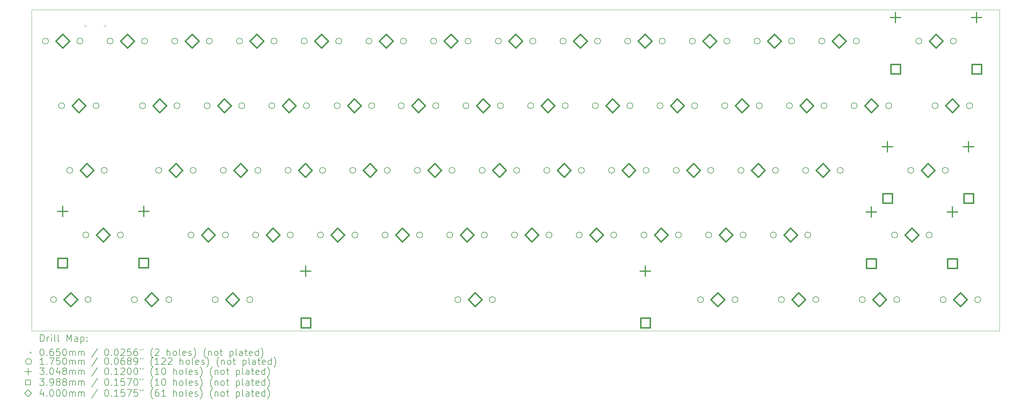
<source format=gbr>
%TF.GenerationSoftware,KiCad,Pcbnew,8.0.3*%
%TF.CreationDate,2025-10-01T01:02:01-04:00*%
%TF.ProjectId,KP60,4b503630-2e6b-4696-9361-645f70636258,rev?*%
%TF.SameCoordinates,Original*%
%TF.FileFunction,Drillmap*%
%TF.FilePolarity,Positive*%
%FSLAX45Y45*%
G04 Gerber Fmt 4.5, Leading zero omitted, Abs format (unit mm)*
G04 Created by KiCad (PCBNEW 8.0.3) date 2025-10-01 01:02:01*
%MOMM*%
%LPD*%
G01*
G04 APERTURE LIST*
%ADD10C,0.050000*%
%ADD11C,0.200000*%
%ADD12C,0.100000*%
%ADD13C,0.175000*%
%ADD14C,0.304800*%
%ADD15C,0.398780*%
%ADD16C,0.400000*%
G04 APERTURE END LIST*
D10*
X35157500Y-7385000D02*
X35157500Y-16845000D01*
X6657500Y-16845000D02*
X35157500Y-16845000D01*
X6657500Y-7385000D02*
X35157500Y-7385000D01*
X6657500Y-16845000D02*
X6657500Y-7385000D01*
D11*
D12*
X8206750Y-7825500D02*
X8271750Y-7890500D01*
X8271750Y-7825500D02*
X8206750Y-7890500D01*
X8784750Y-7825500D02*
X8849750Y-7890500D01*
X8849750Y-7825500D02*
X8784750Y-7890500D01*
D13*
X7151875Y-8305800D02*
G75*
G02*
X6976875Y-8305800I-87500J0D01*
G01*
X6976875Y-8305800D02*
G75*
G02*
X7151875Y-8305800I87500J0D01*
G01*
X7390000Y-15925800D02*
G75*
G02*
X7215000Y-15925800I-87500J0D01*
G01*
X7215000Y-15925800D02*
G75*
G02*
X7390000Y-15925800I87500J0D01*
G01*
X7628125Y-10210800D02*
G75*
G02*
X7453125Y-10210800I-87500J0D01*
G01*
X7453125Y-10210800D02*
G75*
G02*
X7628125Y-10210800I87500J0D01*
G01*
X7866250Y-12115800D02*
G75*
G02*
X7691250Y-12115800I-87500J0D01*
G01*
X7691250Y-12115800D02*
G75*
G02*
X7866250Y-12115800I87500J0D01*
G01*
X8167875Y-8305800D02*
G75*
G02*
X7992875Y-8305800I-87500J0D01*
G01*
X7992875Y-8305800D02*
G75*
G02*
X8167875Y-8305800I87500J0D01*
G01*
X8342500Y-14020800D02*
G75*
G02*
X8167500Y-14020800I-87500J0D01*
G01*
X8167500Y-14020800D02*
G75*
G02*
X8342500Y-14020800I87500J0D01*
G01*
X8406000Y-15925800D02*
G75*
G02*
X8231000Y-15925800I-87500J0D01*
G01*
X8231000Y-15925800D02*
G75*
G02*
X8406000Y-15925800I87500J0D01*
G01*
X8644125Y-10210800D02*
G75*
G02*
X8469125Y-10210800I-87500J0D01*
G01*
X8469125Y-10210800D02*
G75*
G02*
X8644125Y-10210800I87500J0D01*
G01*
X8882250Y-12115800D02*
G75*
G02*
X8707250Y-12115800I-87500J0D01*
G01*
X8707250Y-12115800D02*
G75*
G02*
X8882250Y-12115800I87500J0D01*
G01*
X9056875Y-8305800D02*
G75*
G02*
X8881875Y-8305800I-87500J0D01*
G01*
X8881875Y-8305800D02*
G75*
G02*
X9056875Y-8305800I87500J0D01*
G01*
X9358500Y-14020800D02*
G75*
G02*
X9183500Y-14020800I-87500J0D01*
G01*
X9183500Y-14020800D02*
G75*
G02*
X9358500Y-14020800I87500J0D01*
G01*
X9771250Y-15925800D02*
G75*
G02*
X9596250Y-15925800I-87500J0D01*
G01*
X9596250Y-15925800D02*
G75*
G02*
X9771250Y-15925800I87500J0D01*
G01*
X10009375Y-10210800D02*
G75*
G02*
X9834375Y-10210800I-87500J0D01*
G01*
X9834375Y-10210800D02*
G75*
G02*
X10009375Y-10210800I87500J0D01*
G01*
X10072875Y-8305800D02*
G75*
G02*
X9897875Y-8305800I-87500J0D01*
G01*
X9897875Y-8305800D02*
G75*
G02*
X10072875Y-8305800I87500J0D01*
G01*
X10485625Y-12115800D02*
G75*
G02*
X10310625Y-12115800I-87500J0D01*
G01*
X10310625Y-12115800D02*
G75*
G02*
X10485625Y-12115800I87500J0D01*
G01*
X10787250Y-15925800D02*
G75*
G02*
X10612250Y-15925800I-87500J0D01*
G01*
X10612250Y-15925800D02*
G75*
G02*
X10787250Y-15925800I87500J0D01*
G01*
X10961875Y-8305800D02*
G75*
G02*
X10786875Y-8305800I-87500J0D01*
G01*
X10786875Y-8305800D02*
G75*
G02*
X10961875Y-8305800I87500J0D01*
G01*
X11025375Y-10210800D02*
G75*
G02*
X10850375Y-10210800I-87500J0D01*
G01*
X10850375Y-10210800D02*
G75*
G02*
X11025375Y-10210800I87500J0D01*
G01*
X11438125Y-14020800D02*
G75*
G02*
X11263125Y-14020800I-87500J0D01*
G01*
X11263125Y-14020800D02*
G75*
G02*
X11438125Y-14020800I87500J0D01*
G01*
X11501625Y-12115800D02*
G75*
G02*
X11326625Y-12115800I-87500J0D01*
G01*
X11326625Y-12115800D02*
G75*
G02*
X11501625Y-12115800I87500J0D01*
G01*
X11914375Y-10210800D02*
G75*
G02*
X11739375Y-10210800I-87500J0D01*
G01*
X11739375Y-10210800D02*
G75*
G02*
X11914375Y-10210800I87500J0D01*
G01*
X11977875Y-8305800D02*
G75*
G02*
X11802875Y-8305800I-87500J0D01*
G01*
X11802875Y-8305800D02*
G75*
G02*
X11977875Y-8305800I87500J0D01*
G01*
X12152500Y-15925800D02*
G75*
G02*
X11977500Y-15925800I-87500J0D01*
G01*
X11977500Y-15925800D02*
G75*
G02*
X12152500Y-15925800I87500J0D01*
G01*
X12390625Y-12115800D02*
G75*
G02*
X12215625Y-12115800I-87500J0D01*
G01*
X12215625Y-12115800D02*
G75*
G02*
X12390625Y-12115800I87500J0D01*
G01*
X12454125Y-14020800D02*
G75*
G02*
X12279125Y-14020800I-87500J0D01*
G01*
X12279125Y-14020800D02*
G75*
G02*
X12454125Y-14020800I87500J0D01*
G01*
X12866875Y-8305800D02*
G75*
G02*
X12691875Y-8305800I-87500J0D01*
G01*
X12691875Y-8305800D02*
G75*
G02*
X12866875Y-8305800I87500J0D01*
G01*
X12930375Y-10210800D02*
G75*
G02*
X12755375Y-10210800I-87500J0D01*
G01*
X12755375Y-10210800D02*
G75*
G02*
X12930375Y-10210800I87500J0D01*
G01*
X13168500Y-15925800D02*
G75*
G02*
X12993500Y-15925800I-87500J0D01*
G01*
X12993500Y-15925800D02*
G75*
G02*
X13168500Y-15925800I87500J0D01*
G01*
X13343125Y-14020800D02*
G75*
G02*
X13168125Y-14020800I-87500J0D01*
G01*
X13168125Y-14020800D02*
G75*
G02*
X13343125Y-14020800I87500J0D01*
G01*
X13406625Y-12115800D02*
G75*
G02*
X13231625Y-12115800I-87500J0D01*
G01*
X13231625Y-12115800D02*
G75*
G02*
X13406625Y-12115800I87500J0D01*
G01*
X13819375Y-10210800D02*
G75*
G02*
X13644375Y-10210800I-87500J0D01*
G01*
X13644375Y-10210800D02*
G75*
G02*
X13819375Y-10210800I87500J0D01*
G01*
X13882875Y-8305800D02*
G75*
G02*
X13707875Y-8305800I-87500J0D01*
G01*
X13707875Y-8305800D02*
G75*
G02*
X13882875Y-8305800I87500J0D01*
G01*
X14295625Y-12115800D02*
G75*
G02*
X14120625Y-12115800I-87500J0D01*
G01*
X14120625Y-12115800D02*
G75*
G02*
X14295625Y-12115800I87500J0D01*
G01*
X14359125Y-14020800D02*
G75*
G02*
X14184125Y-14020800I-87500J0D01*
G01*
X14184125Y-14020800D02*
G75*
G02*
X14359125Y-14020800I87500J0D01*
G01*
X14771875Y-8305800D02*
G75*
G02*
X14596875Y-8305800I-87500J0D01*
G01*
X14596875Y-8305800D02*
G75*
G02*
X14771875Y-8305800I87500J0D01*
G01*
X14835375Y-10210800D02*
G75*
G02*
X14660375Y-10210800I-87500J0D01*
G01*
X14660375Y-10210800D02*
G75*
G02*
X14835375Y-10210800I87500J0D01*
G01*
X15248125Y-14020800D02*
G75*
G02*
X15073125Y-14020800I-87500J0D01*
G01*
X15073125Y-14020800D02*
G75*
G02*
X15248125Y-14020800I87500J0D01*
G01*
X15311625Y-12115800D02*
G75*
G02*
X15136625Y-12115800I-87500J0D01*
G01*
X15136625Y-12115800D02*
G75*
G02*
X15311625Y-12115800I87500J0D01*
G01*
X15740250Y-10210800D02*
G75*
G02*
X15565250Y-10210800I-87500J0D01*
G01*
X15565250Y-10210800D02*
G75*
G02*
X15740250Y-10210800I87500J0D01*
G01*
X15787875Y-8305800D02*
G75*
G02*
X15612875Y-8305800I-87500J0D01*
G01*
X15612875Y-8305800D02*
G75*
G02*
X15787875Y-8305800I87500J0D01*
G01*
X16200625Y-12115800D02*
G75*
G02*
X16025625Y-12115800I-87500J0D01*
G01*
X16025625Y-12115800D02*
G75*
G02*
X16200625Y-12115800I87500J0D01*
G01*
X16264125Y-14020800D02*
G75*
G02*
X16089125Y-14020800I-87500J0D01*
G01*
X16089125Y-14020800D02*
G75*
G02*
X16264125Y-14020800I87500J0D01*
G01*
X16676875Y-8305800D02*
G75*
G02*
X16501875Y-8305800I-87500J0D01*
G01*
X16501875Y-8305800D02*
G75*
G02*
X16676875Y-8305800I87500J0D01*
G01*
X16756250Y-10210800D02*
G75*
G02*
X16581250Y-10210800I-87500J0D01*
G01*
X16581250Y-10210800D02*
G75*
G02*
X16756250Y-10210800I87500J0D01*
G01*
X17153125Y-14020800D02*
G75*
G02*
X16978125Y-14020800I-87500J0D01*
G01*
X16978125Y-14020800D02*
G75*
G02*
X17153125Y-14020800I87500J0D01*
G01*
X17216625Y-12115800D02*
G75*
G02*
X17041625Y-12115800I-87500J0D01*
G01*
X17041625Y-12115800D02*
G75*
G02*
X17216625Y-12115800I87500J0D01*
G01*
X17629375Y-10210800D02*
G75*
G02*
X17454375Y-10210800I-87500J0D01*
G01*
X17454375Y-10210800D02*
G75*
G02*
X17629375Y-10210800I87500J0D01*
G01*
X17692875Y-8305800D02*
G75*
G02*
X17517875Y-8305800I-87500J0D01*
G01*
X17517875Y-8305800D02*
G75*
G02*
X17692875Y-8305800I87500J0D01*
G01*
X18105625Y-12115800D02*
G75*
G02*
X17930625Y-12115800I-87500J0D01*
G01*
X17930625Y-12115800D02*
G75*
G02*
X18105625Y-12115800I87500J0D01*
G01*
X18169125Y-14020800D02*
G75*
G02*
X17994125Y-14020800I-87500J0D01*
G01*
X17994125Y-14020800D02*
G75*
G02*
X18169125Y-14020800I87500J0D01*
G01*
X18581875Y-8305800D02*
G75*
G02*
X18406875Y-8305800I-87500J0D01*
G01*
X18406875Y-8305800D02*
G75*
G02*
X18581875Y-8305800I87500J0D01*
G01*
X18645375Y-10210800D02*
G75*
G02*
X18470375Y-10210800I-87500J0D01*
G01*
X18470375Y-10210800D02*
G75*
G02*
X18645375Y-10210800I87500J0D01*
G01*
X19058125Y-14020800D02*
G75*
G02*
X18883125Y-14020800I-87500J0D01*
G01*
X18883125Y-14020800D02*
G75*
G02*
X19058125Y-14020800I87500J0D01*
G01*
X19121625Y-12115800D02*
G75*
G02*
X18946625Y-12115800I-87500J0D01*
G01*
X18946625Y-12115800D02*
G75*
G02*
X19121625Y-12115800I87500J0D01*
G01*
X19296250Y-15925800D02*
G75*
G02*
X19121250Y-15925800I-87500J0D01*
G01*
X19121250Y-15925800D02*
G75*
G02*
X19296250Y-15925800I87500J0D01*
G01*
X19534375Y-10210800D02*
G75*
G02*
X19359375Y-10210800I-87500J0D01*
G01*
X19359375Y-10210800D02*
G75*
G02*
X19534375Y-10210800I87500J0D01*
G01*
X19597875Y-8305800D02*
G75*
G02*
X19422875Y-8305800I-87500J0D01*
G01*
X19422875Y-8305800D02*
G75*
G02*
X19597875Y-8305800I87500J0D01*
G01*
X20010625Y-12115800D02*
G75*
G02*
X19835625Y-12115800I-87500J0D01*
G01*
X19835625Y-12115800D02*
G75*
G02*
X20010625Y-12115800I87500J0D01*
G01*
X20074125Y-14020800D02*
G75*
G02*
X19899125Y-14020800I-87500J0D01*
G01*
X19899125Y-14020800D02*
G75*
G02*
X20074125Y-14020800I87500J0D01*
G01*
X20312250Y-15925800D02*
G75*
G02*
X20137250Y-15925800I-87500J0D01*
G01*
X20137250Y-15925800D02*
G75*
G02*
X20312250Y-15925800I87500J0D01*
G01*
X20486875Y-8305800D02*
G75*
G02*
X20311875Y-8305800I-87500J0D01*
G01*
X20311875Y-8305800D02*
G75*
G02*
X20486875Y-8305800I87500J0D01*
G01*
X20550375Y-10210800D02*
G75*
G02*
X20375375Y-10210800I-87500J0D01*
G01*
X20375375Y-10210800D02*
G75*
G02*
X20550375Y-10210800I87500J0D01*
G01*
X20963125Y-14020800D02*
G75*
G02*
X20788125Y-14020800I-87500J0D01*
G01*
X20788125Y-14020800D02*
G75*
G02*
X20963125Y-14020800I87500J0D01*
G01*
X21026625Y-12115800D02*
G75*
G02*
X20851625Y-12115800I-87500J0D01*
G01*
X20851625Y-12115800D02*
G75*
G02*
X21026625Y-12115800I87500J0D01*
G01*
X21439375Y-10210800D02*
G75*
G02*
X21264375Y-10210800I-87500J0D01*
G01*
X21264375Y-10210800D02*
G75*
G02*
X21439375Y-10210800I87500J0D01*
G01*
X21502875Y-8305800D02*
G75*
G02*
X21327875Y-8305800I-87500J0D01*
G01*
X21327875Y-8305800D02*
G75*
G02*
X21502875Y-8305800I87500J0D01*
G01*
X21915625Y-12115800D02*
G75*
G02*
X21740625Y-12115800I-87500J0D01*
G01*
X21740625Y-12115800D02*
G75*
G02*
X21915625Y-12115800I87500J0D01*
G01*
X21979125Y-14020800D02*
G75*
G02*
X21804125Y-14020800I-87500J0D01*
G01*
X21804125Y-14020800D02*
G75*
G02*
X21979125Y-14020800I87500J0D01*
G01*
X22391875Y-8305800D02*
G75*
G02*
X22216875Y-8305800I-87500J0D01*
G01*
X22216875Y-8305800D02*
G75*
G02*
X22391875Y-8305800I87500J0D01*
G01*
X22455375Y-10210800D02*
G75*
G02*
X22280375Y-10210800I-87500J0D01*
G01*
X22280375Y-10210800D02*
G75*
G02*
X22455375Y-10210800I87500J0D01*
G01*
X22868125Y-14020800D02*
G75*
G02*
X22693125Y-14020800I-87500J0D01*
G01*
X22693125Y-14020800D02*
G75*
G02*
X22868125Y-14020800I87500J0D01*
G01*
X22931625Y-12115800D02*
G75*
G02*
X22756625Y-12115800I-87500J0D01*
G01*
X22756625Y-12115800D02*
G75*
G02*
X22931625Y-12115800I87500J0D01*
G01*
X23344375Y-10210800D02*
G75*
G02*
X23169375Y-10210800I-87500J0D01*
G01*
X23169375Y-10210800D02*
G75*
G02*
X23344375Y-10210800I87500J0D01*
G01*
X23407875Y-8305800D02*
G75*
G02*
X23232875Y-8305800I-87500J0D01*
G01*
X23232875Y-8305800D02*
G75*
G02*
X23407875Y-8305800I87500J0D01*
G01*
X23820625Y-12115800D02*
G75*
G02*
X23645625Y-12115800I-87500J0D01*
G01*
X23645625Y-12115800D02*
G75*
G02*
X23820625Y-12115800I87500J0D01*
G01*
X23884125Y-14020800D02*
G75*
G02*
X23709125Y-14020800I-87500J0D01*
G01*
X23709125Y-14020800D02*
G75*
G02*
X23884125Y-14020800I87500J0D01*
G01*
X24296875Y-8305800D02*
G75*
G02*
X24121875Y-8305800I-87500J0D01*
G01*
X24121875Y-8305800D02*
G75*
G02*
X24296875Y-8305800I87500J0D01*
G01*
X24360375Y-10210800D02*
G75*
G02*
X24185375Y-10210800I-87500J0D01*
G01*
X24185375Y-10210800D02*
G75*
G02*
X24360375Y-10210800I87500J0D01*
G01*
X24773125Y-14020800D02*
G75*
G02*
X24598125Y-14020800I-87500J0D01*
G01*
X24598125Y-14020800D02*
G75*
G02*
X24773125Y-14020800I87500J0D01*
G01*
X24836625Y-12115800D02*
G75*
G02*
X24661625Y-12115800I-87500J0D01*
G01*
X24661625Y-12115800D02*
G75*
G02*
X24836625Y-12115800I87500J0D01*
G01*
X25249375Y-10210800D02*
G75*
G02*
X25074375Y-10210800I-87500J0D01*
G01*
X25074375Y-10210800D02*
G75*
G02*
X25249375Y-10210800I87500J0D01*
G01*
X25312875Y-8305800D02*
G75*
G02*
X25137875Y-8305800I-87500J0D01*
G01*
X25137875Y-8305800D02*
G75*
G02*
X25312875Y-8305800I87500J0D01*
G01*
X25725625Y-12115800D02*
G75*
G02*
X25550625Y-12115800I-87500J0D01*
G01*
X25550625Y-12115800D02*
G75*
G02*
X25725625Y-12115800I87500J0D01*
G01*
X25789125Y-14020800D02*
G75*
G02*
X25614125Y-14020800I-87500J0D01*
G01*
X25614125Y-14020800D02*
G75*
G02*
X25789125Y-14020800I87500J0D01*
G01*
X26201875Y-8305800D02*
G75*
G02*
X26026875Y-8305800I-87500J0D01*
G01*
X26026875Y-8305800D02*
G75*
G02*
X26201875Y-8305800I87500J0D01*
G01*
X26265375Y-10210800D02*
G75*
G02*
X26090375Y-10210800I-87500J0D01*
G01*
X26090375Y-10210800D02*
G75*
G02*
X26265375Y-10210800I87500J0D01*
G01*
X26440000Y-15925800D02*
G75*
G02*
X26265000Y-15925800I-87500J0D01*
G01*
X26265000Y-15925800D02*
G75*
G02*
X26440000Y-15925800I87500J0D01*
G01*
X26678125Y-14020800D02*
G75*
G02*
X26503125Y-14020800I-87500J0D01*
G01*
X26503125Y-14020800D02*
G75*
G02*
X26678125Y-14020800I87500J0D01*
G01*
X26741625Y-12115800D02*
G75*
G02*
X26566625Y-12115800I-87500J0D01*
G01*
X26566625Y-12115800D02*
G75*
G02*
X26741625Y-12115800I87500J0D01*
G01*
X27154375Y-10210800D02*
G75*
G02*
X26979375Y-10210800I-87500J0D01*
G01*
X26979375Y-10210800D02*
G75*
G02*
X27154375Y-10210800I87500J0D01*
G01*
X27217875Y-8305800D02*
G75*
G02*
X27042875Y-8305800I-87500J0D01*
G01*
X27042875Y-8305800D02*
G75*
G02*
X27217875Y-8305800I87500J0D01*
G01*
X27456000Y-15925800D02*
G75*
G02*
X27281000Y-15925800I-87500J0D01*
G01*
X27281000Y-15925800D02*
G75*
G02*
X27456000Y-15925800I87500J0D01*
G01*
X27630625Y-12115800D02*
G75*
G02*
X27455625Y-12115800I-87500J0D01*
G01*
X27455625Y-12115800D02*
G75*
G02*
X27630625Y-12115800I87500J0D01*
G01*
X27694125Y-14020800D02*
G75*
G02*
X27519125Y-14020800I-87500J0D01*
G01*
X27519125Y-14020800D02*
G75*
G02*
X27694125Y-14020800I87500J0D01*
G01*
X28106875Y-8305800D02*
G75*
G02*
X27931875Y-8305800I-87500J0D01*
G01*
X27931875Y-8305800D02*
G75*
G02*
X28106875Y-8305800I87500J0D01*
G01*
X28170375Y-10210800D02*
G75*
G02*
X27995375Y-10210800I-87500J0D01*
G01*
X27995375Y-10210800D02*
G75*
G02*
X28170375Y-10210800I87500J0D01*
G01*
X28583125Y-14020800D02*
G75*
G02*
X28408125Y-14020800I-87500J0D01*
G01*
X28408125Y-14020800D02*
G75*
G02*
X28583125Y-14020800I87500J0D01*
G01*
X28646625Y-12115800D02*
G75*
G02*
X28471625Y-12115800I-87500J0D01*
G01*
X28471625Y-12115800D02*
G75*
G02*
X28646625Y-12115800I87500J0D01*
G01*
X28821250Y-15925800D02*
G75*
G02*
X28646250Y-15925800I-87500J0D01*
G01*
X28646250Y-15925800D02*
G75*
G02*
X28821250Y-15925800I87500J0D01*
G01*
X29059375Y-10210800D02*
G75*
G02*
X28884375Y-10210800I-87500J0D01*
G01*
X28884375Y-10210800D02*
G75*
G02*
X29059375Y-10210800I87500J0D01*
G01*
X29122875Y-8305800D02*
G75*
G02*
X28947875Y-8305800I-87500J0D01*
G01*
X28947875Y-8305800D02*
G75*
G02*
X29122875Y-8305800I87500J0D01*
G01*
X29535625Y-12115800D02*
G75*
G02*
X29360625Y-12115800I-87500J0D01*
G01*
X29360625Y-12115800D02*
G75*
G02*
X29535625Y-12115800I87500J0D01*
G01*
X29599125Y-14020800D02*
G75*
G02*
X29424125Y-14020800I-87500J0D01*
G01*
X29424125Y-14020800D02*
G75*
G02*
X29599125Y-14020800I87500J0D01*
G01*
X29837250Y-15925800D02*
G75*
G02*
X29662250Y-15925800I-87500J0D01*
G01*
X29662250Y-15925800D02*
G75*
G02*
X29837250Y-15925800I87500J0D01*
G01*
X30011875Y-8305800D02*
G75*
G02*
X29836875Y-8305800I-87500J0D01*
G01*
X29836875Y-8305800D02*
G75*
G02*
X30011875Y-8305800I87500J0D01*
G01*
X30075375Y-10210800D02*
G75*
G02*
X29900375Y-10210800I-87500J0D01*
G01*
X29900375Y-10210800D02*
G75*
G02*
X30075375Y-10210800I87500J0D01*
G01*
X30551625Y-12115800D02*
G75*
G02*
X30376625Y-12115800I-87500J0D01*
G01*
X30376625Y-12115800D02*
G75*
G02*
X30551625Y-12115800I87500J0D01*
G01*
X30964375Y-10210800D02*
G75*
G02*
X30789375Y-10210800I-87500J0D01*
G01*
X30789375Y-10210800D02*
G75*
G02*
X30964375Y-10210800I87500J0D01*
G01*
X31027875Y-8305800D02*
G75*
G02*
X30852875Y-8305800I-87500J0D01*
G01*
X30852875Y-8305800D02*
G75*
G02*
X31027875Y-8305800I87500J0D01*
G01*
X31202500Y-15925800D02*
G75*
G02*
X31027500Y-15925800I-87500J0D01*
G01*
X31027500Y-15925800D02*
G75*
G02*
X31202500Y-15925800I87500J0D01*
G01*
X31980375Y-10210800D02*
G75*
G02*
X31805375Y-10210800I-87500J0D01*
G01*
X31805375Y-10210800D02*
G75*
G02*
X31980375Y-10210800I87500J0D01*
G01*
X32155000Y-14020800D02*
G75*
G02*
X31980000Y-14020800I-87500J0D01*
G01*
X31980000Y-14020800D02*
G75*
G02*
X32155000Y-14020800I87500J0D01*
G01*
X32218500Y-15925800D02*
G75*
G02*
X32043500Y-15925800I-87500J0D01*
G01*
X32043500Y-15925800D02*
G75*
G02*
X32218500Y-15925800I87500J0D01*
G01*
X32631250Y-12115800D02*
G75*
G02*
X32456250Y-12115800I-87500J0D01*
G01*
X32456250Y-12115800D02*
G75*
G02*
X32631250Y-12115800I87500J0D01*
G01*
X32869375Y-8305800D02*
G75*
G02*
X32694375Y-8305800I-87500J0D01*
G01*
X32694375Y-8305800D02*
G75*
G02*
X32869375Y-8305800I87500J0D01*
G01*
X33171000Y-14020800D02*
G75*
G02*
X32996000Y-14020800I-87500J0D01*
G01*
X32996000Y-14020800D02*
G75*
G02*
X33171000Y-14020800I87500J0D01*
G01*
X33345625Y-10210800D02*
G75*
G02*
X33170625Y-10210800I-87500J0D01*
G01*
X33170625Y-10210800D02*
G75*
G02*
X33345625Y-10210800I87500J0D01*
G01*
X33583750Y-15925800D02*
G75*
G02*
X33408750Y-15925800I-87500J0D01*
G01*
X33408750Y-15925800D02*
G75*
G02*
X33583750Y-15925800I87500J0D01*
G01*
X33647250Y-12115800D02*
G75*
G02*
X33472250Y-12115800I-87500J0D01*
G01*
X33472250Y-12115800D02*
G75*
G02*
X33647250Y-12115800I87500J0D01*
G01*
X33885375Y-8305800D02*
G75*
G02*
X33710375Y-8305800I-87500J0D01*
G01*
X33710375Y-8305800D02*
G75*
G02*
X33885375Y-8305800I87500J0D01*
G01*
X34361625Y-10210800D02*
G75*
G02*
X34186625Y-10210800I-87500J0D01*
G01*
X34186625Y-10210800D02*
G75*
G02*
X34361625Y-10210800I87500J0D01*
G01*
X34599750Y-15925800D02*
G75*
G02*
X34424750Y-15925800I-87500J0D01*
G01*
X34424750Y-15925800D02*
G75*
G02*
X34599750Y-15925800I87500J0D01*
G01*
D14*
X7569200Y-13170100D02*
X7569200Y-13474900D01*
X7416800Y-13322500D02*
X7721600Y-13322500D01*
X9956800Y-13170100D02*
X9956800Y-13474900D01*
X9804400Y-13322500D02*
X10109200Y-13322500D01*
X14729700Y-14936600D02*
X14729700Y-15241400D01*
X14577300Y-15089000D02*
X14882100Y-15089000D01*
X24729700Y-14936600D02*
X24729700Y-15241400D01*
X24577300Y-15089000D02*
X24882100Y-15089000D01*
X31381200Y-13191100D02*
X31381200Y-13495900D01*
X31228800Y-13343500D02*
X31533600Y-13343500D01*
X31858200Y-11265100D02*
X31858200Y-11569900D01*
X31705800Y-11417500D02*
X32010600Y-11417500D01*
X32096200Y-7455100D02*
X32096200Y-7759900D01*
X31943800Y-7607500D02*
X32248600Y-7607500D01*
X33768800Y-13191100D02*
X33768800Y-13495900D01*
X33616400Y-13343500D02*
X33921200Y-13343500D01*
X34245800Y-11265100D02*
X34245800Y-11569900D01*
X34093400Y-11417500D02*
X34398200Y-11417500D01*
X34483800Y-7455100D02*
X34483800Y-7759900D01*
X34331400Y-7607500D02*
X34636200Y-7607500D01*
D15*
X7710191Y-14984491D02*
X7710191Y-14702509D01*
X7428209Y-14702509D01*
X7428209Y-14984491D01*
X7710191Y-14984491D01*
X10097791Y-14984491D02*
X10097791Y-14702509D01*
X9815809Y-14702509D01*
X9815809Y-14984491D01*
X10097791Y-14984491D01*
X14870691Y-16750991D02*
X14870691Y-16469009D01*
X14588709Y-16469009D01*
X14588709Y-16750991D01*
X14870691Y-16750991D01*
X24870691Y-16750991D02*
X24870691Y-16469009D01*
X24588709Y-16469009D01*
X24588709Y-16750991D01*
X24870691Y-16750991D01*
X31522191Y-15005491D02*
X31522191Y-14723509D01*
X31240209Y-14723509D01*
X31240209Y-15005491D01*
X31522191Y-15005491D01*
X31999191Y-13079491D02*
X31999191Y-12797509D01*
X31717209Y-12797509D01*
X31717209Y-13079491D01*
X31999191Y-13079491D01*
X32237191Y-9269491D02*
X32237191Y-8987509D01*
X31955209Y-8987509D01*
X31955209Y-9269491D01*
X32237191Y-9269491D01*
X33909791Y-15005491D02*
X33909791Y-14723509D01*
X33627809Y-14723509D01*
X33627809Y-15005491D01*
X33909791Y-15005491D01*
X34386791Y-13079491D02*
X34386791Y-12797509D01*
X34104809Y-12797509D01*
X34104809Y-13079491D01*
X34386791Y-13079491D01*
X34624791Y-9269491D02*
X34624791Y-8987509D01*
X34342809Y-8987509D01*
X34342809Y-9269491D01*
X34624791Y-9269491D01*
D16*
X7572375Y-8505800D02*
X7772375Y-8305800D01*
X7572375Y-8105800D01*
X7372375Y-8305800D01*
X7572375Y-8505800D01*
X7810500Y-16125800D02*
X8010500Y-15925800D01*
X7810500Y-15725800D01*
X7610500Y-15925800D01*
X7810500Y-16125800D01*
X8048625Y-10410800D02*
X8248625Y-10210800D01*
X8048625Y-10010800D01*
X7848625Y-10210800D01*
X8048625Y-10410800D01*
X8286750Y-12315800D02*
X8486750Y-12115800D01*
X8286750Y-11915800D01*
X8086750Y-12115800D01*
X8286750Y-12315800D01*
X8763000Y-14220800D02*
X8963000Y-14020800D01*
X8763000Y-13820800D01*
X8563000Y-14020800D01*
X8763000Y-14220800D01*
X9477375Y-8505800D02*
X9677375Y-8305800D01*
X9477375Y-8105800D01*
X9277375Y-8305800D01*
X9477375Y-8505800D01*
X10191750Y-16125800D02*
X10391750Y-15925800D01*
X10191750Y-15725800D01*
X9991750Y-15925800D01*
X10191750Y-16125800D01*
X10429875Y-10410800D02*
X10629875Y-10210800D01*
X10429875Y-10010800D01*
X10229875Y-10210800D01*
X10429875Y-10410800D01*
X10906125Y-12315800D02*
X11106125Y-12115800D01*
X10906125Y-11915800D01*
X10706125Y-12115800D01*
X10906125Y-12315800D01*
X11382375Y-8505800D02*
X11582375Y-8305800D01*
X11382375Y-8105800D01*
X11182375Y-8305800D01*
X11382375Y-8505800D01*
X11858625Y-14220800D02*
X12058625Y-14020800D01*
X11858625Y-13820800D01*
X11658625Y-14020800D01*
X11858625Y-14220800D01*
X12334875Y-10410800D02*
X12534875Y-10210800D01*
X12334875Y-10010800D01*
X12134875Y-10210800D01*
X12334875Y-10410800D01*
X12573000Y-16125800D02*
X12773000Y-15925800D01*
X12573000Y-15725800D01*
X12373000Y-15925800D01*
X12573000Y-16125800D01*
X12811125Y-12315800D02*
X13011125Y-12115800D01*
X12811125Y-11915800D01*
X12611125Y-12115800D01*
X12811125Y-12315800D01*
X13287375Y-8505800D02*
X13487375Y-8305800D01*
X13287375Y-8105800D01*
X13087375Y-8305800D01*
X13287375Y-8505800D01*
X13763625Y-14220800D02*
X13963625Y-14020800D01*
X13763625Y-13820800D01*
X13563625Y-14020800D01*
X13763625Y-14220800D01*
X14239875Y-10410800D02*
X14439875Y-10210800D01*
X14239875Y-10010800D01*
X14039875Y-10210800D01*
X14239875Y-10410800D01*
X14716125Y-12315800D02*
X14916125Y-12115800D01*
X14716125Y-11915800D01*
X14516125Y-12115800D01*
X14716125Y-12315800D01*
X15192375Y-8505800D02*
X15392375Y-8305800D01*
X15192375Y-8105800D01*
X14992375Y-8305800D01*
X15192375Y-8505800D01*
X15668625Y-14220800D02*
X15868625Y-14020800D01*
X15668625Y-13820800D01*
X15468625Y-14020800D01*
X15668625Y-14220800D01*
X16160750Y-10410800D02*
X16360750Y-10210800D01*
X16160750Y-10010800D01*
X15960750Y-10210800D01*
X16160750Y-10410800D01*
X16621125Y-12315800D02*
X16821125Y-12115800D01*
X16621125Y-11915800D01*
X16421125Y-12115800D01*
X16621125Y-12315800D01*
X17097375Y-8505800D02*
X17297375Y-8305800D01*
X17097375Y-8105800D01*
X16897375Y-8305800D01*
X17097375Y-8505800D01*
X17573625Y-14220800D02*
X17773625Y-14020800D01*
X17573625Y-13820800D01*
X17373625Y-14020800D01*
X17573625Y-14220800D01*
X18049875Y-10410800D02*
X18249875Y-10210800D01*
X18049875Y-10010800D01*
X17849875Y-10210800D01*
X18049875Y-10410800D01*
X18526125Y-12315800D02*
X18726125Y-12115800D01*
X18526125Y-11915800D01*
X18326125Y-12115800D01*
X18526125Y-12315800D01*
X19002375Y-8505800D02*
X19202375Y-8305800D01*
X19002375Y-8105800D01*
X18802375Y-8305800D01*
X19002375Y-8505800D01*
X19478625Y-14220800D02*
X19678625Y-14020800D01*
X19478625Y-13820800D01*
X19278625Y-14020800D01*
X19478625Y-14220800D01*
X19716750Y-16125800D02*
X19916750Y-15925800D01*
X19716750Y-15725800D01*
X19516750Y-15925800D01*
X19716750Y-16125800D01*
X19954875Y-10410800D02*
X20154875Y-10210800D01*
X19954875Y-10010800D01*
X19754875Y-10210800D01*
X19954875Y-10410800D01*
X20431125Y-12315800D02*
X20631125Y-12115800D01*
X20431125Y-11915800D01*
X20231125Y-12115800D01*
X20431125Y-12315800D01*
X20907375Y-8505800D02*
X21107375Y-8305800D01*
X20907375Y-8105800D01*
X20707375Y-8305800D01*
X20907375Y-8505800D01*
X21383625Y-14220800D02*
X21583625Y-14020800D01*
X21383625Y-13820800D01*
X21183625Y-14020800D01*
X21383625Y-14220800D01*
X21859875Y-10410800D02*
X22059875Y-10210800D01*
X21859875Y-10010800D01*
X21659875Y-10210800D01*
X21859875Y-10410800D01*
X22336125Y-12315800D02*
X22536125Y-12115800D01*
X22336125Y-11915800D01*
X22136125Y-12115800D01*
X22336125Y-12315800D01*
X22812375Y-8505800D02*
X23012375Y-8305800D01*
X22812375Y-8105800D01*
X22612375Y-8305800D01*
X22812375Y-8505800D01*
X23288625Y-14220800D02*
X23488625Y-14020800D01*
X23288625Y-13820800D01*
X23088625Y-14020800D01*
X23288625Y-14220800D01*
X23764875Y-10410800D02*
X23964875Y-10210800D01*
X23764875Y-10010800D01*
X23564875Y-10210800D01*
X23764875Y-10410800D01*
X24241125Y-12315800D02*
X24441125Y-12115800D01*
X24241125Y-11915800D01*
X24041125Y-12115800D01*
X24241125Y-12315800D01*
X24717375Y-8505800D02*
X24917375Y-8305800D01*
X24717375Y-8105800D01*
X24517375Y-8305800D01*
X24717375Y-8505800D01*
X25193625Y-14220800D02*
X25393625Y-14020800D01*
X25193625Y-13820800D01*
X24993625Y-14020800D01*
X25193625Y-14220800D01*
X25669875Y-10410800D02*
X25869875Y-10210800D01*
X25669875Y-10010800D01*
X25469875Y-10210800D01*
X25669875Y-10410800D01*
X26146125Y-12315800D02*
X26346125Y-12115800D01*
X26146125Y-11915800D01*
X25946125Y-12115800D01*
X26146125Y-12315800D01*
X26622375Y-8505800D02*
X26822375Y-8305800D01*
X26622375Y-8105800D01*
X26422375Y-8305800D01*
X26622375Y-8505800D01*
X26860500Y-16125800D02*
X27060500Y-15925800D01*
X26860500Y-15725800D01*
X26660500Y-15925800D01*
X26860500Y-16125800D01*
X27098625Y-14220800D02*
X27298625Y-14020800D01*
X27098625Y-13820800D01*
X26898625Y-14020800D01*
X27098625Y-14220800D01*
X27574875Y-10410800D02*
X27774875Y-10210800D01*
X27574875Y-10010800D01*
X27374875Y-10210800D01*
X27574875Y-10410800D01*
X28051125Y-12315800D02*
X28251125Y-12115800D01*
X28051125Y-11915800D01*
X27851125Y-12115800D01*
X28051125Y-12315800D01*
X28527375Y-8505800D02*
X28727375Y-8305800D01*
X28527375Y-8105800D01*
X28327375Y-8305800D01*
X28527375Y-8505800D01*
X29003625Y-14220800D02*
X29203625Y-14020800D01*
X29003625Y-13820800D01*
X28803625Y-14020800D01*
X29003625Y-14220800D01*
X29241750Y-16125800D02*
X29441750Y-15925800D01*
X29241750Y-15725800D01*
X29041750Y-15925800D01*
X29241750Y-16125800D01*
X29479875Y-10410800D02*
X29679875Y-10210800D01*
X29479875Y-10010800D01*
X29279875Y-10210800D01*
X29479875Y-10410800D01*
X29956125Y-12315800D02*
X30156125Y-12115800D01*
X29956125Y-11915800D01*
X29756125Y-12115800D01*
X29956125Y-12315800D01*
X30432375Y-8505800D02*
X30632375Y-8305800D01*
X30432375Y-8105800D01*
X30232375Y-8305800D01*
X30432375Y-8505800D01*
X31384875Y-10410800D02*
X31584875Y-10210800D01*
X31384875Y-10010800D01*
X31184875Y-10210800D01*
X31384875Y-10410800D01*
X31623000Y-16125800D02*
X31823000Y-15925800D01*
X31623000Y-15725800D01*
X31423000Y-15925800D01*
X31623000Y-16125800D01*
X32575500Y-14220800D02*
X32775500Y-14020800D01*
X32575500Y-13820800D01*
X32375500Y-14020800D01*
X32575500Y-14220800D01*
X33051750Y-12315800D02*
X33251750Y-12115800D01*
X33051750Y-11915800D01*
X32851750Y-12115800D01*
X33051750Y-12315800D01*
X33289875Y-8505800D02*
X33489875Y-8305800D01*
X33289875Y-8105800D01*
X33089875Y-8305800D01*
X33289875Y-8505800D01*
X33766125Y-10410800D02*
X33966125Y-10210800D01*
X33766125Y-10010800D01*
X33566125Y-10210800D01*
X33766125Y-10410800D01*
X34004250Y-16125800D02*
X34204250Y-15925800D01*
X34004250Y-15725800D01*
X33804250Y-15925800D01*
X34004250Y-16125800D01*
D11*
X6915777Y-17158984D02*
X6915777Y-16958984D01*
X6915777Y-16958984D02*
X6963396Y-16958984D01*
X6963396Y-16958984D02*
X6991967Y-16968508D01*
X6991967Y-16968508D02*
X7011015Y-16987555D01*
X7011015Y-16987555D02*
X7020539Y-17006603D01*
X7020539Y-17006603D02*
X7030062Y-17044698D01*
X7030062Y-17044698D02*
X7030062Y-17073270D01*
X7030062Y-17073270D02*
X7020539Y-17111365D01*
X7020539Y-17111365D02*
X7011015Y-17130412D01*
X7011015Y-17130412D02*
X6991967Y-17149460D01*
X6991967Y-17149460D02*
X6963396Y-17158984D01*
X6963396Y-17158984D02*
X6915777Y-17158984D01*
X7115777Y-17158984D02*
X7115777Y-17025650D01*
X7115777Y-17063746D02*
X7125301Y-17044698D01*
X7125301Y-17044698D02*
X7134824Y-17035174D01*
X7134824Y-17035174D02*
X7153872Y-17025650D01*
X7153872Y-17025650D02*
X7172920Y-17025650D01*
X7239586Y-17158984D02*
X7239586Y-17025650D01*
X7239586Y-16958984D02*
X7230062Y-16968508D01*
X7230062Y-16968508D02*
X7239586Y-16978031D01*
X7239586Y-16978031D02*
X7249110Y-16968508D01*
X7249110Y-16968508D02*
X7239586Y-16958984D01*
X7239586Y-16958984D02*
X7239586Y-16978031D01*
X7363396Y-17158984D02*
X7344348Y-17149460D01*
X7344348Y-17149460D02*
X7334824Y-17130412D01*
X7334824Y-17130412D02*
X7334824Y-16958984D01*
X7468158Y-17158984D02*
X7449110Y-17149460D01*
X7449110Y-17149460D02*
X7439586Y-17130412D01*
X7439586Y-17130412D02*
X7439586Y-16958984D01*
X7696729Y-17158984D02*
X7696729Y-16958984D01*
X7696729Y-16958984D02*
X7763396Y-17101841D01*
X7763396Y-17101841D02*
X7830062Y-16958984D01*
X7830062Y-16958984D02*
X7830062Y-17158984D01*
X8011015Y-17158984D02*
X8011015Y-17054222D01*
X8011015Y-17054222D02*
X8001491Y-17035174D01*
X8001491Y-17035174D02*
X7982443Y-17025650D01*
X7982443Y-17025650D02*
X7944348Y-17025650D01*
X7944348Y-17025650D02*
X7925301Y-17035174D01*
X8011015Y-17149460D02*
X7991967Y-17158984D01*
X7991967Y-17158984D02*
X7944348Y-17158984D01*
X7944348Y-17158984D02*
X7925301Y-17149460D01*
X7925301Y-17149460D02*
X7915777Y-17130412D01*
X7915777Y-17130412D02*
X7915777Y-17111365D01*
X7915777Y-17111365D02*
X7925301Y-17092317D01*
X7925301Y-17092317D02*
X7944348Y-17082793D01*
X7944348Y-17082793D02*
X7991967Y-17082793D01*
X7991967Y-17082793D02*
X8011015Y-17073270D01*
X8106253Y-17025650D02*
X8106253Y-17225650D01*
X8106253Y-17035174D02*
X8125301Y-17025650D01*
X8125301Y-17025650D02*
X8163396Y-17025650D01*
X8163396Y-17025650D02*
X8182443Y-17035174D01*
X8182443Y-17035174D02*
X8191967Y-17044698D01*
X8191967Y-17044698D02*
X8201491Y-17063746D01*
X8201491Y-17063746D02*
X8201491Y-17120889D01*
X8201491Y-17120889D02*
X8191967Y-17139936D01*
X8191967Y-17139936D02*
X8182443Y-17149460D01*
X8182443Y-17149460D02*
X8163396Y-17158984D01*
X8163396Y-17158984D02*
X8125301Y-17158984D01*
X8125301Y-17158984D02*
X8106253Y-17149460D01*
X8287205Y-17139936D02*
X8296729Y-17149460D01*
X8296729Y-17149460D02*
X8287205Y-17158984D01*
X8287205Y-17158984D02*
X8277682Y-17149460D01*
X8277682Y-17149460D02*
X8287205Y-17139936D01*
X8287205Y-17139936D02*
X8287205Y-17158984D01*
X8287205Y-17035174D02*
X8296729Y-17044698D01*
X8296729Y-17044698D02*
X8287205Y-17054222D01*
X8287205Y-17054222D02*
X8277682Y-17044698D01*
X8277682Y-17044698D02*
X8287205Y-17035174D01*
X8287205Y-17035174D02*
X8287205Y-17054222D01*
D12*
X6590000Y-17455000D02*
X6655000Y-17520000D01*
X6655000Y-17455000D02*
X6590000Y-17520000D01*
D11*
X6953872Y-17378984D02*
X6972920Y-17378984D01*
X6972920Y-17378984D02*
X6991967Y-17388508D01*
X6991967Y-17388508D02*
X7001491Y-17398031D01*
X7001491Y-17398031D02*
X7011015Y-17417079D01*
X7011015Y-17417079D02*
X7020539Y-17455174D01*
X7020539Y-17455174D02*
X7020539Y-17502793D01*
X7020539Y-17502793D02*
X7011015Y-17540889D01*
X7011015Y-17540889D02*
X7001491Y-17559936D01*
X7001491Y-17559936D02*
X6991967Y-17569460D01*
X6991967Y-17569460D02*
X6972920Y-17578984D01*
X6972920Y-17578984D02*
X6953872Y-17578984D01*
X6953872Y-17578984D02*
X6934824Y-17569460D01*
X6934824Y-17569460D02*
X6925301Y-17559936D01*
X6925301Y-17559936D02*
X6915777Y-17540889D01*
X6915777Y-17540889D02*
X6906253Y-17502793D01*
X6906253Y-17502793D02*
X6906253Y-17455174D01*
X6906253Y-17455174D02*
X6915777Y-17417079D01*
X6915777Y-17417079D02*
X6925301Y-17398031D01*
X6925301Y-17398031D02*
X6934824Y-17388508D01*
X6934824Y-17388508D02*
X6953872Y-17378984D01*
X7106253Y-17559936D02*
X7115777Y-17569460D01*
X7115777Y-17569460D02*
X7106253Y-17578984D01*
X7106253Y-17578984D02*
X7096729Y-17569460D01*
X7096729Y-17569460D02*
X7106253Y-17559936D01*
X7106253Y-17559936D02*
X7106253Y-17578984D01*
X7287205Y-17378984D02*
X7249110Y-17378984D01*
X7249110Y-17378984D02*
X7230062Y-17388508D01*
X7230062Y-17388508D02*
X7220539Y-17398031D01*
X7220539Y-17398031D02*
X7201491Y-17426603D01*
X7201491Y-17426603D02*
X7191967Y-17464698D01*
X7191967Y-17464698D02*
X7191967Y-17540889D01*
X7191967Y-17540889D02*
X7201491Y-17559936D01*
X7201491Y-17559936D02*
X7211015Y-17569460D01*
X7211015Y-17569460D02*
X7230062Y-17578984D01*
X7230062Y-17578984D02*
X7268158Y-17578984D01*
X7268158Y-17578984D02*
X7287205Y-17569460D01*
X7287205Y-17569460D02*
X7296729Y-17559936D01*
X7296729Y-17559936D02*
X7306253Y-17540889D01*
X7306253Y-17540889D02*
X7306253Y-17493270D01*
X7306253Y-17493270D02*
X7296729Y-17474222D01*
X7296729Y-17474222D02*
X7287205Y-17464698D01*
X7287205Y-17464698D02*
X7268158Y-17455174D01*
X7268158Y-17455174D02*
X7230062Y-17455174D01*
X7230062Y-17455174D02*
X7211015Y-17464698D01*
X7211015Y-17464698D02*
X7201491Y-17474222D01*
X7201491Y-17474222D02*
X7191967Y-17493270D01*
X7487205Y-17378984D02*
X7391967Y-17378984D01*
X7391967Y-17378984D02*
X7382443Y-17474222D01*
X7382443Y-17474222D02*
X7391967Y-17464698D01*
X7391967Y-17464698D02*
X7411015Y-17455174D01*
X7411015Y-17455174D02*
X7458634Y-17455174D01*
X7458634Y-17455174D02*
X7477682Y-17464698D01*
X7477682Y-17464698D02*
X7487205Y-17474222D01*
X7487205Y-17474222D02*
X7496729Y-17493270D01*
X7496729Y-17493270D02*
X7496729Y-17540889D01*
X7496729Y-17540889D02*
X7487205Y-17559936D01*
X7487205Y-17559936D02*
X7477682Y-17569460D01*
X7477682Y-17569460D02*
X7458634Y-17578984D01*
X7458634Y-17578984D02*
X7411015Y-17578984D01*
X7411015Y-17578984D02*
X7391967Y-17569460D01*
X7391967Y-17569460D02*
X7382443Y-17559936D01*
X7620539Y-17378984D02*
X7639586Y-17378984D01*
X7639586Y-17378984D02*
X7658634Y-17388508D01*
X7658634Y-17388508D02*
X7668158Y-17398031D01*
X7668158Y-17398031D02*
X7677682Y-17417079D01*
X7677682Y-17417079D02*
X7687205Y-17455174D01*
X7687205Y-17455174D02*
X7687205Y-17502793D01*
X7687205Y-17502793D02*
X7677682Y-17540889D01*
X7677682Y-17540889D02*
X7668158Y-17559936D01*
X7668158Y-17559936D02*
X7658634Y-17569460D01*
X7658634Y-17569460D02*
X7639586Y-17578984D01*
X7639586Y-17578984D02*
X7620539Y-17578984D01*
X7620539Y-17578984D02*
X7601491Y-17569460D01*
X7601491Y-17569460D02*
X7591967Y-17559936D01*
X7591967Y-17559936D02*
X7582443Y-17540889D01*
X7582443Y-17540889D02*
X7572920Y-17502793D01*
X7572920Y-17502793D02*
X7572920Y-17455174D01*
X7572920Y-17455174D02*
X7582443Y-17417079D01*
X7582443Y-17417079D02*
X7591967Y-17398031D01*
X7591967Y-17398031D02*
X7601491Y-17388508D01*
X7601491Y-17388508D02*
X7620539Y-17378984D01*
X7772920Y-17578984D02*
X7772920Y-17445650D01*
X7772920Y-17464698D02*
X7782443Y-17455174D01*
X7782443Y-17455174D02*
X7801491Y-17445650D01*
X7801491Y-17445650D02*
X7830063Y-17445650D01*
X7830063Y-17445650D02*
X7849110Y-17455174D01*
X7849110Y-17455174D02*
X7858634Y-17474222D01*
X7858634Y-17474222D02*
X7858634Y-17578984D01*
X7858634Y-17474222D02*
X7868158Y-17455174D01*
X7868158Y-17455174D02*
X7887205Y-17445650D01*
X7887205Y-17445650D02*
X7915777Y-17445650D01*
X7915777Y-17445650D02*
X7934824Y-17455174D01*
X7934824Y-17455174D02*
X7944348Y-17474222D01*
X7944348Y-17474222D02*
X7944348Y-17578984D01*
X8039586Y-17578984D02*
X8039586Y-17445650D01*
X8039586Y-17464698D02*
X8049110Y-17455174D01*
X8049110Y-17455174D02*
X8068158Y-17445650D01*
X8068158Y-17445650D02*
X8096729Y-17445650D01*
X8096729Y-17445650D02*
X8115777Y-17455174D01*
X8115777Y-17455174D02*
X8125301Y-17474222D01*
X8125301Y-17474222D02*
X8125301Y-17578984D01*
X8125301Y-17474222D02*
X8134824Y-17455174D01*
X8134824Y-17455174D02*
X8153872Y-17445650D01*
X8153872Y-17445650D02*
X8182443Y-17445650D01*
X8182443Y-17445650D02*
X8201491Y-17455174D01*
X8201491Y-17455174D02*
X8211015Y-17474222D01*
X8211015Y-17474222D02*
X8211015Y-17578984D01*
X8601491Y-17369460D02*
X8430063Y-17626603D01*
X8858634Y-17378984D02*
X8877682Y-17378984D01*
X8877682Y-17378984D02*
X8896729Y-17388508D01*
X8896729Y-17388508D02*
X8906253Y-17398031D01*
X8906253Y-17398031D02*
X8915777Y-17417079D01*
X8915777Y-17417079D02*
X8925301Y-17455174D01*
X8925301Y-17455174D02*
X8925301Y-17502793D01*
X8925301Y-17502793D02*
X8915777Y-17540889D01*
X8915777Y-17540889D02*
X8906253Y-17559936D01*
X8906253Y-17559936D02*
X8896729Y-17569460D01*
X8896729Y-17569460D02*
X8877682Y-17578984D01*
X8877682Y-17578984D02*
X8858634Y-17578984D01*
X8858634Y-17578984D02*
X8839587Y-17569460D01*
X8839587Y-17569460D02*
X8830063Y-17559936D01*
X8830063Y-17559936D02*
X8820539Y-17540889D01*
X8820539Y-17540889D02*
X8811015Y-17502793D01*
X8811015Y-17502793D02*
X8811015Y-17455174D01*
X8811015Y-17455174D02*
X8820539Y-17417079D01*
X8820539Y-17417079D02*
X8830063Y-17398031D01*
X8830063Y-17398031D02*
X8839587Y-17388508D01*
X8839587Y-17388508D02*
X8858634Y-17378984D01*
X9011015Y-17559936D02*
X9020539Y-17569460D01*
X9020539Y-17569460D02*
X9011015Y-17578984D01*
X9011015Y-17578984D02*
X9001491Y-17569460D01*
X9001491Y-17569460D02*
X9011015Y-17559936D01*
X9011015Y-17559936D02*
X9011015Y-17578984D01*
X9144348Y-17378984D02*
X9163396Y-17378984D01*
X9163396Y-17378984D02*
X9182444Y-17388508D01*
X9182444Y-17388508D02*
X9191968Y-17398031D01*
X9191968Y-17398031D02*
X9201491Y-17417079D01*
X9201491Y-17417079D02*
X9211015Y-17455174D01*
X9211015Y-17455174D02*
X9211015Y-17502793D01*
X9211015Y-17502793D02*
X9201491Y-17540889D01*
X9201491Y-17540889D02*
X9191968Y-17559936D01*
X9191968Y-17559936D02*
X9182444Y-17569460D01*
X9182444Y-17569460D02*
X9163396Y-17578984D01*
X9163396Y-17578984D02*
X9144348Y-17578984D01*
X9144348Y-17578984D02*
X9125301Y-17569460D01*
X9125301Y-17569460D02*
X9115777Y-17559936D01*
X9115777Y-17559936D02*
X9106253Y-17540889D01*
X9106253Y-17540889D02*
X9096729Y-17502793D01*
X9096729Y-17502793D02*
X9096729Y-17455174D01*
X9096729Y-17455174D02*
X9106253Y-17417079D01*
X9106253Y-17417079D02*
X9115777Y-17398031D01*
X9115777Y-17398031D02*
X9125301Y-17388508D01*
X9125301Y-17388508D02*
X9144348Y-17378984D01*
X9287206Y-17398031D02*
X9296729Y-17388508D01*
X9296729Y-17388508D02*
X9315777Y-17378984D01*
X9315777Y-17378984D02*
X9363396Y-17378984D01*
X9363396Y-17378984D02*
X9382444Y-17388508D01*
X9382444Y-17388508D02*
X9391968Y-17398031D01*
X9391968Y-17398031D02*
X9401491Y-17417079D01*
X9401491Y-17417079D02*
X9401491Y-17436127D01*
X9401491Y-17436127D02*
X9391968Y-17464698D01*
X9391968Y-17464698D02*
X9277682Y-17578984D01*
X9277682Y-17578984D02*
X9401491Y-17578984D01*
X9582444Y-17378984D02*
X9487206Y-17378984D01*
X9487206Y-17378984D02*
X9477682Y-17474222D01*
X9477682Y-17474222D02*
X9487206Y-17464698D01*
X9487206Y-17464698D02*
X9506253Y-17455174D01*
X9506253Y-17455174D02*
X9553872Y-17455174D01*
X9553872Y-17455174D02*
X9572920Y-17464698D01*
X9572920Y-17464698D02*
X9582444Y-17474222D01*
X9582444Y-17474222D02*
X9591968Y-17493270D01*
X9591968Y-17493270D02*
X9591968Y-17540889D01*
X9591968Y-17540889D02*
X9582444Y-17559936D01*
X9582444Y-17559936D02*
X9572920Y-17569460D01*
X9572920Y-17569460D02*
X9553872Y-17578984D01*
X9553872Y-17578984D02*
X9506253Y-17578984D01*
X9506253Y-17578984D02*
X9487206Y-17569460D01*
X9487206Y-17569460D02*
X9477682Y-17559936D01*
X9763396Y-17378984D02*
X9725301Y-17378984D01*
X9725301Y-17378984D02*
X9706253Y-17388508D01*
X9706253Y-17388508D02*
X9696729Y-17398031D01*
X9696729Y-17398031D02*
X9677682Y-17426603D01*
X9677682Y-17426603D02*
X9668158Y-17464698D01*
X9668158Y-17464698D02*
X9668158Y-17540889D01*
X9668158Y-17540889D02*
X9677682Y-17559936D01*
X9677682Y-17559936D02*
X9687206Y-17569460D01*
X9687206Y-17569460D02*
X9706253Y-17578984D01*
X9706253Y-17578984D02*
X9744349Y-17578984D01*
X9744349Y-17578984D02*
X9763396Y-17569460D01*
X9763396Y-17569460D02*
X9772920Y-17559936D01*
X9772920Y-17559936D02*
X9782444Y-17540889D01*
X9782444Y-17540889D02*
X9782444Y-17493270D01*
X9782444Y-17493270D02*
X9772920Y-17474222D01*
X9772920Y-17474222D02*
X9763396Y-17464698D01*
X9763396Y-17464698D02*
X9744349Y-17455174D01*
X9744349Y-17455174D02*
X9706253Y-17455174D01*
X9706253Y-17455174D02*
X9687206Y-17464698D01*
X9687206Y-17464698D02*
X9677682Y-17474222D01*
X9677682Y-17474222D02*
X9668158Y-17493270D01*
X9858634Y-17378984D02*
X9858634Y-17417079D01*
X9934825Y-17378984D02*
X9934825Y-17417079D01*
X10230063Y-17655174D02*
X10220539Y-17645650D01*
X10220539Y-17645650D02*
X10201491Y-17617079D01*
X10201491Y-17617079D02*
X10191968Y-17598031D01*
X10191968Y-17598031D02*
X10182444Y-17569460D01*
X10182444Y-17569460D02*
X10172920Y-17521841D01*
X10172920Y-17521841D02*
X10172920Y-17483746D01*
X10172920Y-17483746D02*
X10182444Y-17436127D01*
X10182444Y-17436127D02*
X10191968Y-17407555D01*
X10191968Y-17407555D02*
X10201491Y-17388508D01*
X10201491Y-17388508D02*
X10220539Y-17359936D01*
X10220539Y-17359936D02*
X10230063Y-17350412D01*
X10296730Y-17398031D02*
X10306253Y-17388508D01*
X10306253Y-17388508D02*
X10325301Y-17378984D01*
X10325301Y-17378984D02*
X10372920Y-17378984D01*
X10372920Y-17378984D02*
X10391968Y-17388508D01*
X10391968Y-17388508D02*
X10401491Y-17398031D01*
X10401491Y-17398031D02*
X10411015Y-17417079D01*
X10411015Y-17417079D02*
X10411015Y-17436127D01*
X10411015Y-17436127D02*
X10401491Y-17464698D01*
X10401491Y-17464698D02*
X10287206Y-17578984D01*
X10287206Y-17578984D02*
X10411015Y-17578984D01*
X10649111Y-17578984D02*
X10649111Y-17378984D01*
X10734825Y-17578984D02*
X10734825Y-17474222D01*
X10734825Y-17474222D02*
X10725301Y-17455174D01*
X10725301Y-17455174D02*
X10706253Y-17445650D01*
X10706253Y-17445650D02*
X10677682Y-17445650D01*
X10677682Y-17445650D02*
X10658634Y-17455174D01*
X10658634Y-17455174D02*
X10649111Y-17464698D01*
X10858634Y-17578984D02*
X10839587Y-17569460D01*
X10839587Y-17569460D02*
X10830063Y-17559936D01*
X10830063Y-17559936D02*
X10820539Y-17540889D01*
X10820539Y-17540889D02*
X10820539Y-17483746D01*
X10820539Y-17483746D02*
X10830063Y-17464698D01*
X10830063Y-17464698D02*
X10839587Y-17455174D01*
X10839587Y-17455174D02*
X10858634Y-17445650D01*
X10858634Y-17445650D02*
X10887206Y-17445650D01*
X10887206Y-17445650D02*
X10906253Y-17455174D01*
X10906253Y-17455174D02*
X10915777Y-17464698D01*
X10915777Y-17464698D02*
X10925301Y-17483746D01*
X10925301Y-17483746D02*
X10925301Y-17540889D01*
X10925301Y-17540889D02*
X10915777Y-17559936D01*
X10915777Y-17559936D02*
X10906253Y-17569460D01*
X10906253Y-17569460D02*
X10887206Y-17578984D01*
X10887206Y-17578984D02*
X10858634Y-17578984D01*
X11039587Y-17578984D02*
X11020539Y-17569460D01*
X11020539Y-17569460D02*
X11011015Y-17550412D01*
X11011015Y-17550412D02*
X11011015Y-17378984D01*
X11191968Y-17569460D02*
X11172920Y-17578984D01*
X11172920Y-17578984D02*
X11134825Y-17578984D01*
X11134825Y-17578984D02*
X11115777Y-17569460D01*
X11115777Y-17569460D02*
X11106253Y-17550412D01*
X11106253Y-17550412D02*
X11106253Y-17474222D01*
X11106253Y-17474222D02*
X11115777Y-17455174D01*
X11115777Y-17455174D02*
X11134825Y-17445650D01*
X11134825Y-17445650D02*
X11172920Y-17445650D01*
X11172920Y-17445650D02*
X11191968Y-17455174D01*
X11191968Y-17455174D02*
X11201491Y-17474222D01*
X11201491Y-17474222D02*
X11201491Y-17493270D01*
X11201491Y-17493270D02*
X11106253Y-17512317D01*
X11277682Y-17569460D02*
X11296730Y-17578984D01*
X11296730Y-17578984D02*
X11334825Y-17578984D01*
X11334825Y-17578984D02*
X11353872Y-17569460D01*
X11353872Y-17569460D02*
X11363396Y-17550412D01*
X11363396Y-17550412D02*
X11363396Y-17540889D01*
X11363396Y-17540889D02*
X11353872Y-17521841D01*
X11353872Y-17521841D02*
X11334825Y-17512317D01*
X11334825Y-17512317D02*
X11306253Y-17512317D01*
X11306253Y-17512317D02*
X11287206Y-17502793D01*
X11287206Y-17502793D02*
X11277682Y-17483746D01*
X11277682Y-17483746D02*
X11277682Y-17474222D01*
X11277682Y-17474222D02*
X11287206Y-17455174D01*
X11287206Y-17455174D02*
X11306253Y-17445650D01*
X11306253Y-17445650D02*
X11334825Y-17445650D01*
X11334825Y-17445650D02*
X11353872Y-17455174D01*
X11430063Y-17655174D02*
X11439587Y-17645650D01*
X11439587Y-17645650D02*
X11458634Y-17617079D01*
X11458634Y-17617079D02*
X11468158Y-17598031D01*
X11468158Y-17598031D02*
X11477682Y-17569460D01*
X11477682Y-17569460D02*
X11487206Y-17521841D01*
X11487206Y-17521841D02*
X11487206Y-17483746D01*
X11487206Y-17483746D02*
X11477682Y-17436127D01*
X11477682Y-17436127D02*
X11468158Y-17407555D01*
X11468158Y-17407555D02*
X11458634Y-17388508D01*
X11458634Y-17388508D02*
X11439587Y-17359936D01*
X11439587Y-17359936D02*
X11430063Y-17350412D01*
X11791968Y-17655174D02*
X11782444Y-17645650D01*
X11782444Y-17645650D02*
X11763396Y-17617079D01*
X11763396Y-17617079D02*
X11753872Y-17598031D01*
X11753872Y-17598031D02*
X11744349Y-17569460D01*
X11744349Y-17569460D02*
X11734825Y-17521841D01*
X11734825Y-17521841D02*
X11734825Y-17483746D01*
X11734825Y-17483746D02*
X11744349Y-17436127D01*
X11744349Y-17436127D02*
X11753872Y-17407555D01*
X11753872Y-17407555D02*
X11763396Y-17388508D01*
X11763396Y-17388508D02*
X11782444Y-17359936D01*
X11782444Y-17359936D02*
X11791968Y-17350412D01*
X11868158Y-17445650D02*
X11868158Y-17578984D01*
X11868158Y-17464698D02*
X11877682Y-17455174D01*
X11877682Y-17455174D02*
X11896730Y-17445650D01*
X11896730Y-17445650D02*
X11925301Y-17445650D01*
X11925301Y-17445650D02*
X11944349Y-17455174D01*
X11944349Y-17455174D02*
X11953872Y-17474222D01*
X11953872Y-17474222D02*
X11953872Y-17578984D01*
X12077682Y-17578984D02*
X12058634Y-17569460D01*
X12058634Y-17569460D02*
X12049111Y-17559936D01*
X12049111Y-17559936D02*
X12039587Y-17540889D01*
X12039587Y-17540889D02*
X12039587Y-17483746D01*
X12039587Y-17483746D02*
X12049111Y-17464698D01*
X12049111Y-17464698D02*
X12058634Y-17455174D01*
X12058634Y-17455174D02*
X12077682Y-17445650D01*
X12077682Y-17445650D02*
X12106253Y-17445650D01*
X12106253Y-17445650D02*
X12125301Y-17455174D01*
X12125301Y-17455174D02*
X12134825Y-17464698D01*
X12134825Y-17464698D02*
X12144349Y-17483746D01*
X12144349Y-17483746D02*
X12144349Y-17540889D01*
X12144349Y-17540889D02*
X12134825Y-17559936D01*
X12134825Y-17559936D02*
X12125301Y-17569460D01*
X12125301Y-17569460D02*
X12106253Y-17578984D01*
X12106253Y-17578984D02*
X12077682Y-17578984D01*
X12201492Y-17445650D02*
X12277682Y-17445650D01*
X12230063Y-17378984D02*
X12230063Y-17550412D01*
X12230063Y-17550412D02*
X12239587Y-17569460D01*
X12239587Y-17569460D02*
X12258634Y-17578984D01*
X12258634Y-17578984D02*
X12277682Y-17578984D01*
X12496730Y-17445650D02*
X12496730Y-17645650D01*
X12496730Y-17455174D02*
X12515777Y-17445650D01*
X12515777Y-17445650D02*
X12553873Y-17445650D01*
X12553873Y-17445650D02*
X12572920Y-17455174D01*
X12572920Y-17455174D02*
X12582444Y-17464698D01*
X12582444Y-17464698D02*
X12591968Y-17483746D01*
X12591968Y-17483746D02*
X12591968Y-17540889D01*
X12591968Y-17540889D02*
X12582444Y-17559936D01*
X12582444Y-17559936D02*
X12572920Y-17569460D01*
X12572920Y-17569460D02*
X12553873Y-17578984D01*
X12553873Y-17578984D02*
X12515777Y-17578984D01*
X12515777Y-17578984D02*
X12496730Y-17569460D01*
X12706253Y-17578984D02*
X12687206Y-17569460D01*
X12687206Y-17569460D02*
X12677682Y-17550412D01*
X12677682Y-17550412D02*
X12677682Y-17378984D01*
X12868158Y-17578984D02*
X12868158Y-17474222D01*
X12868158Y-17474222D02*
X12858634Y-17455174D01*
X12858634Y-17455174D02*
X12839587Y-17445650D01*
X12839587Y-17445650D02*
X12801492Y-17445650D01*
X12801492Y-17445650D02*
X12782444Y-17455174D01*
X12868158Y-17569460D02*
X12849111Y-17578984D01*
X12849111Y-17578984D02*
X12801492Y-17578984D01*
X12801492Y-17578984D02*
X12782444Y-17569460D01*
X12782444Y-17569460D02*
X12772920Y-17550412D01*
X12772920Y-17550412D02*
X12772920Y-17531365D01*
X12772920Y-17531365D02*
X12782444Y-17512317D01*
X12782444Y-17512317D02*
X12801492Y-17502793D01*
X12801492Y-17502793D02*
X12849111Y-17502793D01*
X12849111Y-17502793D02*
X12868158Y-17493270D01*
X12934825Y-17445650D02*
X13011015Y-17445650D01*
X12963396Y-17378984D02*
X12963396Y-17550412D01*
X12963396Y-17550412D02*
X12972920Y-17569460D01*
X12972920Y-17569460D02*
X12991968Y-17578984D01*
X12991968Y-17578984D02*
X13011015Y-17578984D01*
X13153873Y-17569460D02*
X13134825Y-17578984D01*
X13134825Y-17578984D02*
X13096730Y-17578984D01*
X13096730Y-17578984D02*
X13077682Y-17569460D01*
X13077682Y-17569460D02*
X13068158Y-17550412D01*
X13068158Y-17550412D02*
X13068158Y-17474222D01*
X13068158Y-17474222D02*
X13077682Y-17455174D01*
X13077682Y-17455174D02*
X13096730Y-17445650D01*
X13096730Y-17445650D02*
X13134825Y-17445650D01*
X13134825Y-17445650D02*
X13153873Y-17455174D01*
X13153873Y-17455174D02*
X13163396Y-17474222D01*
X13163396Y-17474222D02*
X13163396Y-17493270D01*
X13163396Y-17493270D02*
X13068158Y-17512317D01*
X13334825Y-17578984D02*
X13334825Y-17378984D01*
X13334825Y-17569460D02*
X13315777Y-17578984D01*
X13315777Y-17578984D02*
X13277682Y-17578984D01*
X13277682Y-17578984D02*
X13258634Y-17569460D01*
X13258634Y-17569460D02*
X13249111Y-17559936D01*
X13249111Y-17559936D02*
X13239587Y-17540889D01*
X13239587Y-17540889D02*
X13239587Y-17483746D01*
X13239587Y-17483746D02*
X13249111Y-17464698D01*
X13249111Y-17464698D02*
X13258634Y-17455174D01*
X13258634Y-17455174D02*
X13277682Y-17445650D01*
X13277682Y-17445650D02*
X13315777Y-17445650D01*
X13315777Y-17445650D02*
X13334825Y-17455174D01*
X13411015Y-17655174D02*
X13420539Y-17645650D01*
X13420539Y-17645650D02*
X13439587Y-17617079D01*
X13439587Y-17617079D02*
X13449111Y-17598031D01*
X13449111Y-17598031D02*
X13458634Y-17569460D01*
X13458634Y-17569460D02*
X13468158Y-17521841D01*
X13468158Y-17521841D02*
X13468158Y-17483746D01*
X13468158Y-17483746D02*
X13458634Y-17436127D01*
X13458634Y-17436127D02*
X13449111Y-17407555D01*
X13449111Y-17407555D02*
X13439587Y-17388508D01*
X13439587Y-17388508D02*
X13420539Y-17359936D01*
X13420539Y-17359936D02*
X13411015Y-17350412D01*
D13*
X6655000Y-17751500D02*
G75*
G02*
X6480000Y-17751500I-87500J0D01*
G01*
X6480000Y-17751500D02*
G75*
G02*
X6655000Y-17751500I87500J0D01*
G01*
D11*
X7020539Y-17842984D02*
X6906253Y-17842984D01*
X6963396Y-17842984D02*
X6963396Y-17642984D01*
X6963396Y-17642984D02*
X6944348Y-17671555D01*
X6944348Y-17671555D02*
X6925301Y-17690603D01*
X6925301Y-17690603D02*
X6906253Y-17700127D01*
X7106253Y-17823936D02*
X7115777Y-17833460D01*
X7115777Y-17833460D02*
X7106253Y-17842984D01*
X7106253Y-17842984D02*
X7096729Y-17833460D01*
X7096729Y-17833460D02*
X7106253Y-17823936D01*
X7106253Y-17823936D02*
X7106253Y-17842984D01*
X7182443Y-17642984D02*
X7315777Y-17642984D01*
X7315777Y-17642984D02*
X7230062Y-17842984D01*
X7487205Y-17642984D02*
X7391967Y-17642984D01*
X7391967Y-17642984D02*
X7382443Y-17738222D01*
X7382443Y-17738222D02*
X7391967Y-17728698D01*
X7391967Y-17728698D02*
X7411015Y-17719174D01*
X7411015Y-17719174D02*
X7458634Y-17719174D01*
X7458634Y-17719174D02*
X7477682Y-17728698D01*
X7477682Y-17728698D02*
X7487205Y-17738222D01*
X7487205Y-17738222D02*
X7496729Y-17757270D01*
X7496729Y-17757270D02*
X7496729Y-17804889D01*
X7496729Y-17804889D02*
X7487205Y-17823936D01*
X7487205Y-17823936D02*
X7477682Y-17833460D01*
X7477682Y-17833460D02*
X7458634Y-17842984D01*
X7458634Y-17842984D02*
X7411015Y-17842984D01*
X7411015Y-17842984D02*
X7391967Y-17833460D01*
X7391967Y-17833460D02*
X7382443Y-17823936D01*
X7620539Y-17642984D02*
X7639586Y-17642984D01*
X7639586Y-17642984D02*
X7658634Y-17652508D01*
X7658634Y-17652508D02*
X7668158Y-17662031D01*
X7668158Y-17662031D02*
X7677682Y-17681079D01*
X7677682Y-17681079D02*
X7687205Y-17719174D01*
X7687205Y-17719174D02*
X7687205Y-17766793D01*
X7687205Y-17766793D02*
X7677682Y-17804889D01*
X7677682Y-17804889D02*
X7668158Y-17823936D01*
X7668158Y-17823936D02*
X7658634Y-17833460D01*
X7658634Y-17833460D02*
X7639586Y-17842984D01*
X7639586Y-17842984D02*
X7620539Y-17842984D01*
X7620539Y-17842984D02*
X7601491Y-17833460D01*
X7601491Y-17833460D02*
X7591967Y-17823936D01*
X7591967Y-17823936D02*
X7582443Y-17804889D01*
X7582443Y-17804889D02*
X7572920Y-17766793D01*
X7572920Y-17766793D02*
X7572920Y-17719174D01*
X7572920Y-17719174D02*
X7582443Y-17681079D01*
X7582443Y-17681079D02*
X7591967Y-17662031D01*
X7591967Y-17662031D02*
X7601491Y-17652508D01*
X7601491Y-17652508D02*
X7620539Y-17642984D01*
X7772920Y-17842984D02*
X7772920Y-17709650D01*
X7772920Y-17728698D02*
X7782443Y-17719174D01*
X7782443Y-17719174D02*
X7801491Y-17709650D01*
X7801491Y-17709650D02*
X7830063Y-17709650D01*
X7830063Y-17709650D02*
X7849110Y-17719174D01*
X7849110Y-17719174D02*
X7858634Y-17738222D01*
X7858634Y-17738222D02*
X7858634Y-17842984D01*
X7858634Y-17738222D02*
X7868158Y-17719174D01*
X7868158Y-17719174D02*
X7887205Y-17709650D01*
X7887205Y-17709650D02*
X7915777Y-17709650D01*
X7915777Y-17709650D02*
X7934824Y-17719174D01*
X7934824Y-17719174D02*
X7944348Y-17738222D01*
X7944348Y-17738222D02*
X7944348Y-17842984D01*
X8039586Y-17842984D02*
X8039586Y-17709650D01*
X8039586Y-17728698D02*
X8049110Y-17719174D01*
X8049110Y-17719174D02*
X8068158Y-17709650D01*
X8068158Y-17709650D02*
X8096729Y-17709650D01*
X8096729Y-17709650D02*
X8115777Y-17719174D01*
X8115777Y-17719174D02*
X8125301Y-17738222D01*
X8125301Y-17738222D02*
X8125301Y-17842984D01*
X8125301Y-17738222D02*
X8134824Y-17719174D01*
X8134824Y-17719174D02*
X8153872Y-17709650D01*
X8153872Y-17709650D02*
X8182443Y-17709650D01*
X8182443Y-17709650D02*
X8201491Y-17719174D01*
X8201491Y-17719174D02*
X8211015Y-17738222D01*
X8211015Y-17738222D02*
X8211015Y-17842984D01*
X8601491Y-17633460D02*
X8430063Y-17890603D01*
X8858634Y-17642984D02*
X8877682Y-17642984D01*
X8877682Y-17642984D02*
X8896729Y-17652508D01*
X8896729Y-17652508D02*
X8906253Y-17662031D01*
X8906253Y-17662031D02*
X8915777Y-17681079D01*
X8915777Y-17681079D02*
X8925301Y-17719174D01*
X8925301Y-17719174D02*
X8925301Y-17766793D01*
X8925301Y-17766793D02*
X8915777Y-17804889D01*
X8915777Y-17804889D02*
X8906253Y-17823936D01*
X8906253Y-17823936D02*
X8896729Y-17833460D01*
X8896729Y-17833460D02*
X8877682Y-17842984D01*
X8877682Y-17842984D02*
X8858634Y-17842984D01*
X8858634Y-17842984D02*
X8839587Y-17833460D01*
X8839587Y-17833460D02*
X8830063Y-17823936D01*
X8830063Y-17823936D02*
X8820539Y-17804889D01*
X8820539Y-17804889D02*
X8811015Y-17766793D01*
X8811015Y-17766793D02*
X8811015Y-17719174D01*
X8811015Y-17719174D02*
X8820539Y-17681079D01*
X8820539Y-17681079D02*
X8830063Y-17662031D01*
X8830063Y-17662031D02*
X8839587Y-17652508D01*
X8839587Y-17652508D02*
X8858634Y-17642984D01*
X9011015Y-17823936D02*
X9020539Y-17833460D01*
X9020539Y-17833460D02*
X9011015Y-17842984D01*
X9011015Y-17842984D02*
X9001491Y-17833460D01*
X9001491Y-17833460D02*
X9011015Y-17823936D01*
X9011015Y-17823936D02*
X9011015Y-17842984D01*
X9144348Y-17642984D02*
X9163396Y-17642984D01*
X9163396Y-17642984D02*
X9182444Y-17652508D01*
X9182444Y-17652508D02*
X9191968Y-17662031D01*
X9191968Y-17662031D02*
X9201491Y-17681079D01*
X9201491Y-17681079D02*
X9211015Y-17719174D01*
X9211015Y-17719174D02*
X9211015Y-17766793D01*
X9211015Y-17766793D02*
X9201491Y-17804889D01*
X9201491Y-17804889D02*
X9191968Y-17823936D01*
X9191968Y-17823936D02*
X9182444Y-17833460D01*
X9182444Y-17833460D02*
X9163396Y-17842984D01*
X9163396Y-17842984D02*
X9144348Y-17842984D01*
X9144348Y-17842984D02*
X9125301Y-17833460D01*
X9125301Y-17833460D02*
X9115777Y-17823936D01*
X9115777Y-17823936D02*
X9106253Y-17804889D01*
X9106253Y-17804889D02*
X9096729Y-17766793D01*
X9096729Y-17766793D02*
X9096729Y-17719174D01*
X9096729Y-17719174D02*
X9106253Y-17681079D01*
X9106253Y-17681079D02*
X9115777Y-17662031D01*
X9115777Y-17662031D02*
X9125301Y-17652508D01*
X9125301Y-17652508D02*
X9144348Y-17642984D01*
X9382444Y-17642984D02*
X9344348Y-17642984D01*
X9344348Y-17642984D02*
X9325301Y-17652508D01*
X9325301Y-17652508D02*
X9315777Y-17662031D01*
X9315777Y-17662031D02*
X9296729Y-17690603D01*
X9296729Y-17690603D02*
X9287206Y-17728698D01*
X9287206Y-17728698D02*
X9287206Y-17804889D01*
X9287206Y-17804889D02*
X9296729Y-17823936D01*
X9296729Y-17823936D02*
X9306253Y-17833460D01*
X9306253Y-17833460D02*
X9325301Y-17842984D01*
X9325301Y-17842984D02*
X9363396Y-17842984D01*
X9363396Y-17842984D02*
X9382444Y-17833460D01*
X9382444Y-17833460D02*
X9391968Y-17823936D01*
X9391968Y-17823936D02*
X9401491Y-17804889D01*
X9401491Y-17804889D02*
X9401491Y-17757270D01*
X9401491Y-17757270D02*
X9391968Y-17738222D01*
X9391968Y-17738222D02*
X9382444Y-17728698D01*
X9382444Y-17728698D02*
X9363396Y-17719174D01*
X9363396Y-17719174D02*
X9325301Y-17719174D01*
X9325301Y-17719174D02*
X9306253Y-17728698D01*
X9306253Y-17728698D02*
X9296729Y-17738222D01*
X9296729Y-17738222D02*
X9287206Y-17757270D01*
X9515777Y-17728698D02*
X9496729Y-17719174D01*
X9496729Y-17719174D02*
X9487206Y-17709650D01*
X9487206Y-17709650D02*
X9477682Y-17690603D01*
X9477682Y-17690603D02*
X9477682Y-17681079D01*
X9477682Y-17681079D02*
X9487206Y-17662031D01*
X9487206Y-17662031D02*
X9496729Y-17652508D01*
X9496729Y-17652508D02*
X9515777Y-17642984D01*
X9515777Y-17642984D02*
X9553872Y-17642984D01*
X9553872Y-17642984D02*
X9572920Y-17652508D01*
X9572920Y-17652508D02*
X9582444Y-17662031D01*
X9582444Y-17662031D02*
X9591968Y-17681079D01*
X9591968Y-17681079D02*
X9591968Y-17690603D01*
X9591968Y-17690603D02*
X9582444Y-17709650D01*
X9582444Y-17709650D02*
X9572920Y-17719174D01*
X9572920Y-17719174D02*
X9553872Y-17728698D01*
X9553872Y-17728698D02*
X9515777Y-17728698D01*
X9515777Y-17728698D02*
X9496729Y-17738222D01*
X9496729Y-17738222D02*
X9487206Y-17747746D01*
X9487206Y-17747746D02*
X9477682Y-17766793D01*
X9477682Y-17766793D02*
X9477682Y-17804889D01*
X9477682Y-17804889D02*
X9487206Y-17823936D01*
X9487206Y-17823936D02*
X9496729Y-17833460D01*
X9496729Y-17833460D02*
X9515777Y-17842984D01*
X9515777Y-17842984D02*
X9553872Y-17842984D01*
X9553872Y-17842984D02*
X9572920Y-17833460D01*
X9572920Y-17833460D02*
X9582444Y-17823936D01*
X9582444Y-17823936D02*
X9591968Y-17804889D01*
X9591968Y-17804889D02*
X9591968Y-17766793D01*
X9591968Y-17766793D02*
X9582444Y-17747746D01*
X9582444Y-17747746D02*
X9572920Y-17738222D01*
X9572920Y-17738222D02*
X9553872Y-17728698D01*
X9687206Y-17842984D02*
X9725301Y-17842984D01*
X9725301Y-17842984D02*
X9744349Y-17833460D01*
X9744349Y-17833460D02*
X9753872Y-17823936D01*
X9753872Y-17823936D02*
X9772920Y-17795365D01*
X9772920Y-17795365D02*
X9782444Y-17757270D01*
X9782444Y-17757270D02*
X9782444Y-17681079D01*
X9782444Y-17681079D02*
X9772920Y-17662031D01*
X9772920Y-17662031D02*
X9763396Y-17652508D01*
X9763396Y-17652508D02*
X9744349Y-17642984D01*
X9744349Y-17642984D02*
X9706253Y-17642984D01*
X9706253Y-17642984D02*
X9687206Y-17652508D01*
X9687206Y-17652508D02*
X9677682Y-17662031D01*
X9677682Y-17662031D02*
X9668158Y-17681079D01*
X9668158Y-17681079D02*
X9668158Y-17728698D01*
X9668158Y-17728698D02*
X9677682Y-17747746D01*
X9677682Y-17747746D02*
X9687206Y-17757270D01*
X9687206Y-17757270D02*
X9706253Y-17766793D01*
X9706253Y-17766793D02*
X9744349Y-17766793D01*
X9744349Y-17766793D02*
X9763396Y-17757270D01*
X9763396Y-17757270D02*
X9772920Y-17747746D01*
X9772920Y-17747746D02*
X9782444Y-17728698D01*
X9858634Y-17642984D02*
X9858634Y-17681079D01*
X9934825Y-17642984D02*
X9934825Y-17681079D01*
X10230063Y-17919174D02*
X10220539Y-17909650D01*
X10220539Y-17909650D02*
X10201491Y-17881079D01*
X10201491Y-17881079D02*
X10191968Y-17862031D01*
X10191968Y-17862031D02*
X10182444Y-17833460D01*
X10182444Y-17833460D02*
X10172920Y-17785841D01*
X10172920Y-17785841D02*
X10172920Y-17747746D01*
X10172920Y-17747746D02*
X10182444Y-17700127D01*
X10182444Y-17700127D02*
X10191968Y-17671555D01*
X10191968Y-17671555D02*
X10201491Y-17652508D01*
X10201491Y-17652508D02*
X10220539Y-17623936D01*
X10220539Y-17623936D02*
X10230063Y-17614412D01*
X10411015Y-17842984D02*
X10296730Y-17842984D01*
X10353872Y-17842984D02*
X10353872Y-17642984D01*
X10353872Y-17642984D02*
X10334825Y-17671555D01*
X10334825Y-17671555D02*
X10315777Y-17690603D01*
X10315777Y-17690603D02*
X10296730Y-17700127D01*
X10487206Y-17662031D02*
X10496730Y-17652508D01*
X10496730Y-17652508D02*
X10515777Y-17642984D01*
X10515777Y-17642984D02*
X10563396Y-17642984D01*
X10563396Y-17642984D02*
X10582444Y-17652508D01*
X10582444Y-17652508D02*
X10591968Y-17662031D01*
X10591968Y-17662031D02*
X10601491Y-17681079D01*
X10601491Y-17681079D02*
X10601491Y-17700127D01*
X10601491Y-17700127D02*
X10591968Y-17728698D01*
X10591968Y-17728698D02*
X10477682Y-17842984D01*
X10477682Y-17842984D02*
X10601491Y-17842984D01*
X10677682Y-17662031D02*
X10687206Y-17652508D01*
X10687206Y-17652508D02*
X10706253Y-17642984D01*
X10706253Y-17642984D02*
X10753872Y-17642984D01*
X10753872Y-17642984D02*
X10772920Y-17652508D01*
X10772920Y-17652508D02*
X10782444Y-17662031D01*
X10782444Y-17662031D02*
X10791968Y-17681079D01*
X10791968Y-17681079D02*
X10791968Y-17700127D01*
X10791968Y-17700127D02*
X10782444Y-17728698D01*
X10782444Y-17728698D02*
X10668158Y-17842984D01*
X10668158Y-17842984D02*
X10791968Y-17842984D01*
X11030063Y-17842984D02*
X11030063Y-17642984D01*
X11115777Y-17842984D02*
X11115777Y-17738222D01*
X11115777Y-17738222D02*
X11106253Y-17719174D01*
X11106253Y-17719174D02*
X11087206Y-17709650D01*
X11087206Y-17709650D02*
X11058634Y-17709650D01*
X11058634Y-17709650D02*
X11039587Y-17719174D01*
X11039587Y-17719174D02*
X11030063Y-17728698D01*
X11239587Y-17842984D02*
X11220539Y-17833460D01*
X11220539Y-17833460D02*
X11211015Y-17823936D01*
X11211015Y-17823936D02*
X11201491Y-17804889D01*
X11201491Y-17804889D02*
X11201491Y-17747746D01*
X11201491Y-17747746D02*
X11211015Y-17728698D01*
X11211015Y-17728698D02*
X11220539Y-17719174D01*
X11220539Y-17719174D02*
X11239587Y-17709650D01*
X11239587Y-17709650D02*
X11268158Y-17709650D01*
X11268158Y-17709650D02*
X11287206Y-17719174D01*
X11287206Y-17719174D02*
X11296730Y-17728698D01*
X11296730Y-17728698D02*
X11306253Y-17747746D01*
X11306253Y-17747746D02*
X11306253Y-17804889D01*
X11306253Y-17804889D02*
X11296730Y-17823936D01*
X11296730Y-17823936D02*
X11287206Y-17833460D01*
X11287206Y-17833460D02*
X11268158Y-17842984D01*
X11268158Y-17842984D02*
X11239587Y-17842984D01*
X11420539Y-17842984D02*
X11401491Y-17833460D01*
X11401491Y-17833460D02*
X11391968Y-17814412D01*
X11391968Y-17814412D02*
X11391968Y-17642984D01*
X11572920Y-17833460D02*
X11553872Y-17842984D01*
X11553872Y-17842984D02*
X11515777Y-17842984D01*
X11515777Y-17842984D02*
X11496730Y-17833460D01*
X11496730Y-17833460D02*
X11487206Y-17814412D01*
X11487206Y-17814412D02*
X11487206Y-17738222D01*
X11487206Y-17738222D02*
X11496730Y-17719174D01*
X11496730Y-17719174D02*
X11515777Y-17709650D01*
X11515777Y-17709650D02*
X11553872Y-17709650D01*
X11553872Y-17709650D02*
X11572920Y-17719174D01*
X11572920Y-17719174D02*
X11582444Y-17738222D01*
X11582444Y-17738222D02*
X11582444Y-17757270D01*
X11582444Y-17757270D02*
X11487206Y-17776317D01*
X11658634Y-17833460D02*
X11677682Y-17842984D01*
X11677682Y-17842984D02*
X11715777Y-17842984D01*
X11715777Y-17842984D02*
X11734825Y-17833460D01*
X11734825Y-17833460D02*
X11744349Y-17814412D01*
X11744349Y-17814412D02*
X11744349Y-17804889D01*
X11744349Y-17804889D02*
X11734825Y-17785841D01*
X11734825Y-17785841D02*
X11715777Y-17776317D01*
X11715777Y-17776317D02*
X11687206Y-17776317D01*
X11687206Y-17776317D02*
X11668158Y-17766793D01*
X11668158Y-17766793D02*
X11658634Y-17747746D01*
X11658634Y-17747746D02*
X11658634Y-17738222D01*
X11658634Y-17738222D02*
X11668158Y-17719174D01*
X11668158Y-17719174D02*
X11687206Y-17709650D01*
X11687206Y-17709650D02*
X11715777Y-17709650D01*
X11715777Y-17709650D02*
X11734825Y-17719174D01*
X11811015Y-17919174D02*
X11820539Y-17909650D01*
X11820539Y-17909650D02*
X11839587Y-17881079D01*
X11839587Y-17881079D02*
X11849111Y-17862031D01*
X11849111Y-17862031D02*
X11858634Y-17833460D01*
X11858634Y-17833460D02*
X11868158Y-17785841D01*
X11868158Y-17785841D02*
X11868158Y-17747746D01*
X11868158Y-17747746D02*
X11858634Y-17700127D01*
X11858634Y-17700127D02*
X11849111Y-17671555D01*
X11849111Y-17671555D02*
X11839587Y-17652508D01*
X11839587Y-17652508D02*
X11820539Y-17623936D01*
X11820539Y-17623936D02*
X11811015Y-17614412D01*
X12172920Y-17919174D02*
X12163396Y-17909650D01*
X12163396Y-17909650D02*
X12144349Y-17881079D01*
X12144349Y-17881079D02*
X12134825Y-17862031D01*
X12134825Y-17862031D02*
X12125301Y-17833460D01*
X12125301Y-17833460D02*
X12115777Y-17785841D01*
X12115777Y-17785841D02*
X12115777Y-17747746D01*
X12115777Y-17747746D02*
X12125301Y-17700127D01*
X12125301Y-17700127D02*
X12134825Y-17671555D01*
X12134825Y-17671555D02*
X12144349Y-17652508D01*
X12144349Y-17652508D02*
X12163396Y-17623936D01*
X12163396Y-17623936D02*
X12172920Y-17614412D01*
X12249111Y-17709650D02*
X12249111Y-17842984D01*
X12249111Y-17728698D02*
X12258634Y-17719174D01*
X12258634Y-17719174D02*
X12277682Y-17709650D01*
X12277682Y-17709650D02*
X12306253Y-17709650D01*
X12306253Y-17709650D02*
X12325301Y-17719174D01*
X12325301Y-17719174D02*
X12334825Y-17738222D01*
X12334825Y-17738222D02*
X12334825Y-17842984D01*
X12458634Y-17842984D02*
X12439587Y-17833460D01*
X12439587Y-17833460D02*
X12430063Y-17823936D01*
X12430063Y-17823936D02*
X12420539Y-17804889D01*
X12420539Y-17804889D02*
X12420539Y-17747746D01*
X12420539Y-17747746D02*
X12430063Y-17728698D01*
X12430063Y-17728698D02*
X12439587Y-17719174D01*
X12439587Y-17719174D02*
X12458634Y-17709650D01*
X12458634Y-17709650D02*
X12487206Y-17709650D01*
X12487206Y-17709650D02*
X12506253Y-17719174D01*
X12506253Y-17719174D02*
X12515777Y-17728698D01*
X12515777Y-17728698D02*
X12525301Y-17747746D01*
X12525301Y-17747746D02*
X12525301Y-17804889D01*
X12525301Y-17804889D02*
X12515777Y-17823936D01*
X12515777Y-17823936D02*
X12506253Y-17833460D01*
X12506253Y-17833460D02*
X12487206Y-17842984D01*
X12487206Y-17842984D02*
X12458634Y-17842984D01*
X12582444Y-17709650D02*
X12658634Y-17709650D01*
X12611015Y-17642984D02*
X12611015Y-17814412D01*
X12611015Y-17814412D02*
X12620539Y-17833460D01*
X12620539Y-17833460D02*
X12639587Y-17842984D01*
X12639587Y-17842984D02*
X12658634Y-17842984D01*
X12877682Y-17709650D02*
X12877682Y-17909650D01*
X12877682Y-17719174D02*
X12896730Y-17709650D01*
X12896730Y-17709650D02*
X12934825Y-17709650D01*
X12934825Y-17709650D02*
X12953873Y-17719174D01*
X12953873Y-17719174D02*
X12963396Y-17728698D01*
X12963396Y-17728698D02*
X12972920Y-17747746D01*
X12972920Y-17747746D02*
X12972920Y-17804889D01*
X12972920Y-17804889D02*
X12963396Y-17823936D01*
X12963396Y-17823936D02*
X12953873Y-17833460D01*
X12953873Y-17833460D02*
X12934825Y-17842984D01*
X12934825Y-17842984D02*
X12896730Y-17842984D01*
X12896730Y-17842984D02*
X12877682Y-17833460D01*
X13087206Y-17842984D02*
X13068158Y-17833460D01*
X13068158Y-17833460D02*
X13058634Y-17814412D01*
X13058634Y-17814412D02*
X13058634Y-17642984D01*
X13249111Y-17842984D02*
X13249111Y-17738222D01*
X13249111Y-17738222D02*
X13239587Y-17719174D01*
X13239587Y-17719174D02*
X13220539Y-17709650D01*
X13220539Y-17709650D02*
X13182444Y-17709650D01*
X13182444Y-17709650D02*
X13163396Y-17719174D01*
X13249111Y-17833460D02*
X13230063Y-17842984D01*
X13230063Y-17842984D02*
X13182444Y-17842984D01*
X13182444Y-17842984D02*
X13163396Y-17833460D01*
X13163396Y-17833460D02*
X13153873Y-17814412D01*
X13153873Y-17814412D02*
X13153873Y-17795365D01*
X13153873Y-17795365D02*
X13163396Y-17776317D01*
X13163396Y-17776317D02*
X13182444Y-17766793D01*
X13182444Y-17766793D02*
X13230063Y-17766793D01*
X13230063Y-17766793D02*
X13249111Y-17757270D01*
X13315777Y-17709650D02*
X13391968Y-17709650D01*
X13344349Y-17642984D02*
X13344349Y-17814412D01*
X13344349Y-17814412D02*
X13353873Y-17833460D01*
X13353873Y-17833460D02*
X13372920Y-17842984D01*
X13372920Y-17842984D02*
X13391968Y-17842984D01*
X13534825Y-17833460D02*
X13515777Y-17842984D01*
X13515777Y-17842984D02*
X13477682Y-17842984D01*
X13477682Y-17842984D02*
X13458634Y-17833460D01*
X13458634Y-17833460D02*
X13449111Y-17814412D01*
X13449111Y-17814412D02*
X13449111Y-17738222D01*
X13449111Y-17738222D02*
X13458634Y-17719174D01*
X13458634Y-17719174D02*
X13477682Y-17709650D01*
X13477682Y-17709650D02*
X13515777Y-17709650D01*
X13515777Y-17709650D02*
X13534825Y-17719174D01*
X13534825Y-17719174D02*
X13544349Y-17738222D01*
X13544349Y-17738222D02*
X13544349Y-17757270D01*
X13544349Y-17757270D02*
X13449111Y-17776317D01*
X13715777Y-17842984D02*
X13715777Y-17642984D01*
X13715777Y-17833460D02*
X13696730Y-17842984D01*
X13696730Y-17842984D02*
X13658634Y-17842984D01*
X13658634Y-17842984D02*
X13639587Y-17833460D01*
X13639587Y-17833460D02*
X13630063Y-17823936D01*
X13630063Y-17823936D02*
X13620539Y-17804889D01*
X13620539Y-17804889D02*
X13620539Y-17747746D01*
X13620539Y-17747746D02*
X13630063Y-17728698D01*
X13630063Y-17728698D02*
X13639587Y-17719174D01*
X13639587Y-17719174D02*
X13658634Y-17709650D01*
X13658634Y-17709650D02*
X13696730Y-17709650D01*
X13696730Y-17709650D02*
X13715777Y-17719174D01*
X13791968Y-17919174D02*
X13801492Y-17909650D01*
X13801492Y-17909650D02*
X13820539Y-17881079D01*
X13820539Y-17881079D02*
X13830063Y-17862031D01*
X13830063Y-17862031D02*
X13839587Y-17833460D01*
X13839587Y-17833460D02*
X13849111Y-17785841D01*
X13849111Y-17785841D02*
X13849111Y-17747746D01*
X13849111Y-17747746D02*
X13839587Y-17700127D01*
X13839587Y-17700127D02*
X13830063Y-17671555D01*
X13830063Y-17671555D02*
X13820539Y-17652508D01*
X13820539Y-17652508D02*
X13801492Y-17623936D01*
X13801492Y-17623936D02*
X13791968Y-17614412D01*
X6555000Y-17946500D02*
X6555000Y-18146500D01*
X6455000Y-18046500D02*
X6655000Y-18046500D01*
X6896729Y-17937984D02*
X7020539Y-17937984D01*
X7020539Y-17937984D02*
X6953872Y-18014174D01*
X6953872Y-18014174D02*
X6982443Y-18014174D01*
X6982443Y-18014174D02*
X7001491Y-18023698D01*
X7001491Y-18023698D02*
X7011015Y-18033222D01*
X7011015Y-18033222D02*
X7020539Y-18052270D01*
X7020539Y-18052270D02*
X7020539Y-18099889D01*
X7020539Y-18099889D02*
X7011015Y-18118936D01*
X7011015Y-18118936D02*
X7001491Y-18128460D01*
X7001491Y-18128460D02*
X6982443Y-18137984D01*
X6982443Y-18137984D02*
X6925301Y-18137984D01*
X6925301Y-18137984D02*
X6906253Y-18128460D01*
X6906253Y-18128460D02*
X6896729Y-18118936D01*
X7106253Y-18118936D02*
X7115777Y-18128460D01*
X7115777Y-18128460D02*
X7106253Y-18137984D01*
X7106253Y-18137984D02*
X7096729Y-18128460D01*
X7096729Y-18128460D02*
X7106253Y-18118936D01*
X7106253Y-18118936D02*
X7106253Y-18137984D01*
X7239586Y-17937984D02*
X7258634Y-17937984D01*
X7258634Y-17937984D02*
X7277682Y-17947508D01*
X7277682Y-17947508D02*
X7287205Y-17957031D01*
X7287205Y-17957031D02*
X7296729Y-17976079D01*
X7296729Y-17976079D02*
X7306253Y-18014174D01*
X7306253Y-18014174D02*
X7306253Y-18061793D01*
X7306253Y-18061793D02*
X7296729Y-18099889D01*
X7296729Y-18099889D02*
X7287205Y-18118936D01*
X7287205Y-18118936D02*
X7277682Y-18128460D01*
X7277682Y-18128460D02*
X7258634Y-18137984D01*
X7258634Y-18137984D02*
X7239586Y-18137984D01*
X7239586Y-18137984D02*
X7220539Y-18128460D01*
X7220539Y-18128460D02*
X7211015Y-18118936D01*
X7211015Y-18118936D02*
X7201491Y-18099889D01*
X7201491Y-18099889D02*
X7191967Y-18061793D01*
X7191967Y-18061793D02*
X7191967Y-18014174D01*
X7191967Y-18014174D02*
X7201491Y-17976079D01*
X7201491Y-17976079D02*
X7211015Y-17957031D01*
X7211015Y-17957031D02*
X7220539Y-17947508D01*
X7220539Y-17947508D02*
X7239586Y-17937984D01*
X7477682Y-18004650D02*
X7477682Y-18137984D01*
X7430062Y-17928460D02*
X7382443Y-18071317D01*
X7382443Y-18071317D02*
X7506253Y-18071317D01*
X7611015Y-18023698D02*
X7591967Y-18014174D01*
X7591967Y-18014174D02*
X7582443Y-18004650D01*
X7582443Y-18004650D02*
X7572920Y-17985603D01*
X7572920Y-17985603D02*
X7572920Y-17976079D01*
X7572920Y-17976079D02*
X7582443Y-17957031D01*
X7582443Y-17957031D02*
X7591967Y-17947508D01*
X7591967Y-17947508D02*
X7611015Y-17937984D01*
X7611015Y-17937984D02*
X7649110Y-17937984D01*
X7649110Y-17937984D02*
X7668158Y-17947508D01*
X7668158Y-17947508D02*
X7677682Y-17957031D01*
X7677682Y-17957031D02*
X7687205Y-17976079D01*
X7687205Y-17976079D02*
X7687205Y-17985603D01*
X7687205Y-17985603D02*
X7677682Y-18004650D01*
X7677682Y-18004650D02*
X7668158Y-18014174D01*
X7668158Y-18014174D02*
X7649110Y-18023698D01*
X7649110Y-18023698D02*
X7611015Y-18023698D01*
X7611015Y-18023698D02*
X7591967Y-18033222D01*
X7591967Y-18033222D02*
X7582443Y-18042746D01*
X7582443Y-18042746D02*
X7572920Y-18061793D01*
X7572920Y-18061793D02*
X7572920Y-18099889D01*
X7572920Y-18099889D02*
X7582443Y-18118936D01*
X7582443Y-18118936D02*
X7591967Y-18128460D01*
X7591967Y-18128460D02*
X7611015Y-18137984D01*
X7611015Y-18137984D02*
X7649110Y-18137984D01*
X7649110Y-18137984D02*
X7668158Y-18128460D01*
X7668158Y-18128460D02*
X7677682Y-18118936D01*
X7677682Y-18118936D02*
X7687205Y-18099889D01*
X7687205Y-18099889D02*
X7687205Y-18061793D01*
X7687205Y-18061793D02*
X7677682Y-18042746D01*
X7677682Y-18042746D02*
X7668158Y-18033222D01*
X7668158Y-18033222D02*
X7649110Y-18023698D01*
X7772920Y-18137984D02*
X7772920Y-18004650D01*
X7772920Y-18023698D02*
X7782443Y-18014174D01*
X7782443Y-18014174D02*
X7801491Y-18004650D01*
X7801491Y-18004650D02*
X7830063Y-18004650D01*
X7830063Y-18004650D02*
X7849110Y-18014174D01*
X7849110Y-18014174D02*
X7858634Y-18033222D01*
X7858634Y-18033222D02*
X7858634Y-18137984D01*
X7858634Y-18033222D02*
X7868158Y-18014174D01*
X7868158Y-18014174D02*
X7887205Y-18004650D01*
X7887205Y-18004650D02*
X7915777Y-18004650D01*
X7915777Y-18004650D02*
X7934824Y-18014174D01*
X7934824Y-18014174D02*
X7944348Y-18033222D01*
X7944348Y-18033222D02*
X7944348Y-18137984D01*
X8039586Y-18137984D02*
X8039586Y-18004650D01*
X8039586Y-18023698D02*
X8049110Y-18014174D01*
X8049110Y-18014174D02*
X8068158Y-18004650D01*
X8068158Y-18004650D02*
X8096729Y-18004650D01*
X8096729Y-18004650D02*
X8115777Y-18014174D01*
X8115777Y-18014174D02*
X8125301Y-18033222D01*
X8125301Y-18033222D02*
X8125301Y-18137984D01*
X8125301Y-18033222D02*
X8134824Y-18014174D01*
X8134824Y-18014174D02*
X8153872Y-18004650D01*
X8153872Y-18004650D02*
X8182443Y-18004650D01*
X8182443Y-18004650D02*
X8201491Y-18014174D01*
X8201491Y-18014174D02*
X8211015Y-18033222D01*
X8211015Y-18033222D02*
X8211015Y-18137984D01*
X8601491Y-17928460D02*
X8430063Y-18185603D01*
X8858634Y-17937984D02*
X8877682Y-17937984D01*
X8877682Y-17937984D02*
X8896729Y-17947508D01*
X8896729Y-17947508D02*
X8906253Y-17957031D01*
X8906253Y-17957031D02*
X8915777Y-17976079D01*
X8915777Y-17976079D02*
X8925301Y-18014174D01*
X8925301Y-18014174D02*
X8925301Y-18061793D01*
X8925301Y-18061793D02*
X8915777Y-18099889D01*
X8915777Y-18099889D02*
X8906253Y-18118936D01*
X8906253Y-18118936D02*
X8896729Y-18128460D01*
X8896729Y-18128460D02*
X8877682Y-18137984D01*
X8877682Y-18137984D02*
X8858634Y-18137984D01*
X8858634Y-18137984D02*
X8839587Y-18128460D01*
X8839587Y-18128460D02*
X8830063Y-18118936D01*
X8830063Y-18118936D02*
X8820539Y-18099889D01*
X8820539Y-18099889D02*
X8811015Y-18061793D01*
X8811015Y-18061793D02*
X8811015Y-18014174D01*
X8811015Y-18014174D02*
X8820539Y-17976079D01*
X8820539Y-17976079D02*
X8830063Y-17957031D01*
X8830063Y-17957031D02*
X8839587Y-17947508D01*
X8839587Y-17947508D02*
X8858634Y-17937984D01*
X9011015Y-18118936D02*
X9020539Y-18128460D01*
X9020539Y-18128460D02*
X9011015Y-18137984D01*
X9011015Y-18137984D02*
X9001491Y-18128460D01*
X9001491Y-18128460D02*
X9011015Y-18118936D01*
X9011015Y-18118936D02*
X9011015Y-18137984D01*
X9211015Y-18137984D02*
X9096729Y-18137984D01*
X9153872Y-18137984D02*
X9153872Y-17937984D01*
X9153872Y-17937984D02*
X9134825Y-17966555D01*
X9134825Y-17966555D02*
X9115777Y-17985603D01*
X9115777Y-17985603D02*
X9096729Y-17995127D01*
X9287206Y-17957031D02*
X9296729Y-17947508D01*
X9296729Y-17947508D02*
X9315777Y-17937984D01*
X9315777Y-17937984D02*
X9363396Y-17937984D01*
X9363396Y-17937984D02*
X9382444Y-17947508D01*
X9382444Y-17947508D02*
X9391968Y-17957031D01*
X9391968Y-17957031D02*
X9401491Y-17976079D01*
X9401491Y-17976079D02*
X9401491Y-17995127D01*
X9401491Y-17995127D02*
X9391968Y-18023698D01*
X9391968Y-18023698D02*
X9277682Y-18137984D01*
X9277682Y-18137984D02*
X9401491Y-18137984D01*
X9525301Y-17937984D02*
X9544349Y-17937984D01*
X9544349Y-17937984D02*
X9563396Y-17947508D01*
X9563396Y-17947508D02*
X9572920Y-17957031D01*
X9572920Y-17957031D02*
X9582444Y-17976079D01*
X9582444Y-17976079D02*
X9591968Y-18014174D01*
X9591968Y-18014174D02*
X9591968Y-18061793D01*
X9591968Y-18061793D02*
X9582444Y-18099889D01*
X9582444Y-18099889D02*
X9572920Y-18118936D01*
X9572920Y-18118936D02*
X9563396Y-18128460D01*
X9563396Y-18128460D02*
X9544349Y-18137984D01*
X9544349Y-18137984D02*
X9525301Y-18137984D01*
X9525301Y-18137984D02*
X9506253Y-18128460D01*
X9506253Y-18128460D02*
X9496729Y-18118936D01*
X9496729Y-18118936D02*
X9487206Y-18099889D01*
X9487206Y-18099889D02*
X9477682Y-18061793D01*
X9477682Y-18061793D02*
X9477682Y-18014174D01*
X9477682Y-18014174D02*
X9487206Y-17976079D01*
X9487206Y-17976079D02*
X9496729Y-17957031D01*
X9496729Y-17957031D02*
X9506253Y-17947508D01*
X9506253Y-17947508D02*
X9525301Y-17937984D01*
X9715777Y-17937984D02*
X9734825Y-17937984D01*
X9734825Y-17937984D02*
X9753872Y-17947508D01*
X9753872Y-17947508D02*
X9763396Y-17957031D01*
X9763396Y-17957031D02*
X9772920Y-17976079D01*
X9772920Y-17976079D02*
X9782444Y-18014174D01*
X9782444Y-18014174D02*
X9782444Y-18061793D01*
X9782444Y-18061793D02*
X9772920Y-18099889D01*
X9772920Y-18099889D02*
X9763396Y-18118936D01*
X9763396Y-18118936D02*
X9753872Y-18128460D01*
X9753872Y-18128460D02*
X9734825Y-18137984D01*
X9734825Y-18137984D02*
X9715777Y-18137984D01*
X9715777Y-18137984D02*
X9696729Y-18128460D01*
X9696729Y-18128460D02*
X9687206Y-18118936D01*
X9687206Y-18118936D02*
X9677682Y-18099889D01*
X9677682Y-18099889D02*
X9668158Y-18061793D01*
X9668158Y-18061793D02*
X9668158Y-18014174D01*
X9668158Y-18014174D02*
X9677682Y-17976079D01*
X9677682Y-17976079D02*
X9687206Y-17957031D01*
X9687206Y-17957031D02*
X9696729Y-17947508D01*
X9696729Y-17947508D02*
X9715777Y-17937984D01*
X9858634Y-17937984D02*
X9858634Y-17976079D01*
X9934825Y-17937984D02*
X9934825Y-17976079D01*
X10230063Y-18214174D02*
X10220539Y-18204650D01*
X10220539Y-18204650D02*
X10201491Y-18176079D01*
X10201491Y-18176079D02*
X10191968Y-18157031D01*
X10191968Y-18157031D02*
X10182444Y-18128460D01*
X10182444Y-18128460D02*
X10172920Y-18080841D01*
X10172920Y-18080841D02*
X10172920Y-18042746D01*
X10172920Y-18042746D02*
X10182444Y-17995127D01*
X10182444Y-17995127D02*
X10191968Y-17966555D01*
X10191968Y-17966555D02*
X10201491Y-17947508D01*
X10201491Y-17947508D02*
X10220539Y-17918936D01*
X10220539Y-17918936D02*
X10230063Y-17909412D01*
X10411015Y-18137984D02*
X10296730Y-18137984D01*
X10353872Y-18137984D02*
X10353872Y-17937984D01*
X10353872Y-17937984D02*
X10334825Y-17966555D01*
X10334825Y-17966555D02*
X10315777Y-17985603D01*
X10315777Y-17985603D02*
X10296730Y-17995127D01*
X10534825Y-17937984D02*
X10553872Y-17937984D01*
X10553872Y-17937984D02*
X10572920Y-17947508D01*
X10572920Y-17947508D02*
X10582444Y-17957031D01*
X10582444Y-17957031D02*
X10591968Y-17976079D01*
X10591968Y-17976079D02*
X10601491Y-18014174D01*
X10601491Y-18014174D02*
X10601491Y-18061793D01*
X10601491Y-18061793D02*
X10591968Y-18099889D01*
X10591968Y-18099889D02*
X10582444Y-18118936D01*
X10582444Y-18118936D02*
X10572920Y-18128460D01*
X10572920Y-18128460D02*
X10553872Y-18137984D01*
X10553872Y-18137984D02*
X10534825Y-18137984D01*
X10534825Y-18137984D02*
X10515777Y-18128460D01*
X10515777Y-18128460D02*
X10506253Y-18118936D01*
X10506253Y-18118936D02*
X10496730Y-18099889D01*
X10496730Y-18099889D02*
X10487206Y-18061793D01*
X10487206Y-18061793D02*
X10487206Y-18014174D01*
X10487206Y-18014174D02*
X10496730Y-17976079D01*
X10496730Y-17976079D02*
X10506253Y-17957031D01*
X10506253Y-17957031D02*
X10515777Y-17947508D01*
X10515777Y-17947508D02*
X10534825Y-17937984D01*
X10839587Y-18137984D02*
X10839587Y-17937984D01*
X10925301Y-18137984D02*
X10925301Y-18033222D01*
X10925301Y-18033222D02*
X10915777Y-18014174D01*
X10915777Y-18014174D02*
X10896730Y-18004650D01*
X10896730Y-18004650D02*
X10868158Y-18004650D01*
X10868158Y-18004650D02*
X10849111Y-18014174D01*
X10849111Y-18014174D02*
X10839587Y-18023698D01*
X11049111Y-18137984D02*
X11030063Y-18128460D01*
X11030063Y-18128460D02*
X11020539Y-18118936D01*
X11020539Y-18118936D02*
X11011015Y-18099889D01*
X11011015Y-18099889D02*
X11011015Y-18042746D01*
X11011015Y-18042746D02*
X11020539Y-18023698D01*
X11020539Y-18023698D02*
X11030063Y-18014174D01*
X11030063Y-18014174D02*
X11049111Y-18004650D01*
X11049111Y-18004650D02*
X11077682Y-18004650D01*
X11077682Y-18004650D02*
X11096730Y-18014174D01*
X11096730Y-18014174D02*
X11106253Y-18023698D01*
X11106253Y-18023698D02*
X11115777Y-18042746D01*
X11115777Y-18042746D02*
X11115777Y-18099889D01*
X11115777Y-18099889D02*
X11106253Y-18118936D01*
X11106253Y-18118936D02*
X11096730Y-18128460D01*
X11096730Y-18128460D02*
X11077682Y-18137984D01*
X11077682Y-18137984D02*
X11049111Y-18137984D01*
X11230063Y-18137984D02*
X11211015Y-18128460D01*
X11211015Y-18128460D02*
X11201491Y-18109412D01*
X11201491Y-18109412D02*
X11201491Y-17937984D01*
X11382444Y-18128460D02*
X11363396Y-18137984D01*
X11363396Y-18137984D02*
X11325301Y-18137984D01*
X11325301Y-18137984D02*
X11306253Y-18128460D01*
X11306253Y-18128460D02*
X11296730Y-18109412D01*
X11296730Y-18109412D02*
X11296730Y-18033222D01*
X11296730Y-18033222D02*
X11306253Y-18014174D01*
X11306253Y-18014174D02*
X11325301Y-18004650D01*
X11325301Y-18004650D02*
X11363396Y-18004650D01*
X11363396Y-18004650D02*
X11382444Y-18014174D01*
X11382444Y-18014174D02*
X11391968Y-18033222D01*
X11391968Y-18033222D02*
X11391968Y-18052270D01*
X11391968Y-18052270D02*
X11296730Y-18071317D01*
X11468158Y-18128460D02*
X11487206Y-18137984D01*
X11487206Y-18137984D02*
X11525301Y-18137984D01*
X11525301Y-18137984D02*
X11544349Y-18128460D01*
X11544349Y-18128460D02*
X11553872Y-18109412D01*
X11553872Y-18109412D02*
X11553872Y-18099889D01*
X11553872Y-18099889D02*
X11544349Y-18080841D01*
X11544349Y-18080841D02*
X11525301Y-18071317D01*
X11525301Y-18071317D02*
X11496730Y-18071317D01*
X11496730Y-18071317D02*
X11477682Y-18061793D01*
X11477682Y-18061793D02*
X11468158Y-18042746D01*
X11468158Y-18042746D02*
X11468158Y-18033222D01*
X11468158Y-18033222D02*
X11477682Y-18014174D01*
X11477682Y-18014174D02*
X11496730Y-18004650D01*
X11496730Y-18004650D02*
X11525301Y-18004650D01*
X11525301Y-18004650D02*
X11544349Y-18014174D01*
X11620539Y-18214174D02*
X11630063Y-18204650D01*
X11630063Y-18204650D02*
X11649111Y-18176079D01*
X11649111Y-18176079D02*
X11658634Y-18157031D01*
X11658634Y-18157031D02*
X11668158Y-18128460D01*
X11668158Y-18128460D02*
X11677682Y-18080841D01*
X11677682Y-18080841D02*
X11677682Y-18042746D01*
X11677682Y-18042746D02*
X11668158Y-17995127D01*
X11668158Y-17995127D02*
X11658634Y-17966555D01*
X11658634Y-17966555D02*
X11649111Y-17947508D01*
X11649111Y-17947508D02*
X11630063Y-17918936D01*
X11630063Y-17918936D02*
X11620539Y-17909412D01*
X11982444Y-18214174D02*
X11972920Y-18204650D01*
X11972920Y-18204650D02*
X11953872Y-18176079D01*
X11953872Y-18176079D02*
X11944349Y-18157031D01*
X11944349Y-18157031D02*
X11934825Y-18128460D01*
X11934825Y-18128460D02*
X11925301Y-18080841D01*
X11925301Y-18080841D02*
X11925301Y-18042746D01*
X11925301Y-18042746D02*
X11934825Y-17995127D01*
X11934825Y-17995127D02*
X11944349Y-17966555D01*
X11944349Y-17966555D02*
X11953872Y-17947508D01*
X11953872Y-17947508D02*
X11972920Y-17918936D01*
X11972920Y-17918936D02*
X11982444Y-17909412D01*
X12058634Y-18004650D02*
X12058634Y-18137984D01*
X12058634Y-18023698D02*
X12068158Y-18014174D01*
X12068158Y-18014174D02*
X12087206Y-18004650D01*
X12087206Y-18004650D02*
X12115777Y-18004650D01*
X12115777Y-18004650D02*
X12134825Y-18014174D01*
X12134825Y-18014174D02*
X12144349Y-18033222D01*
X12144349Y-18033222D02*
X12144349Y-18137984D01*
X12268158Y-18137984D02*
X12249111Y-18128460D01*
X12249111Y-18128460D02*
X12239587Y-18118936D01*
X12239587Y-18118936D02*
X12230063Y-18099889D01*
X12230063Y-18099889D02*
X12230063Y-18042746D01*
X12230063Y-18042746D02*
X12239587Y-18023698D01*
X12239587Y-18023698D02*
X12249111Y-18014174D01*
X12249111Y-18014174D02*
X12268158Y-18004650D01*
X12268158Y-18004650D02*
X12296730Y-18004650D01*
X12296730Y-18004650D02*
X12315777Y-18014174D01*
X12315777Y-18014174D02*
X12325301Y-18023698D01*
X12325301Y-18023698D02*
X12334825Y-18042746D01*
X12334825Y-18042746D02*
X12334825Y-18099889D01*
X12334825Y-18099889D02*
X12325301Y-18118936D01*
X12325301Y-18118936D02*
X12315777Y-18128460D01*
X12315777Y-18128460D02*
X12296730Y-18137984D01*
X12296730Y-18137984D02*
X12268158Y-18137984D01*
X12391968Y-18004650D02*
X12468158Y-18004650D01*
X12420539Y-17937984D02*
X12420539Y-18109412D01*
X12420539Y-18109412D02*
X12430063Y-18128460D01*
X12430063Y-18128460D02*
X12449111Y-18137984D01*
X12449111Y-18137984D02*
X12468158Y-18137984D01*
X12687206Y-18004650D02*
X12687206Y-18204650D01*
X12687206Y-18014174D02*
X12706253Y-18004650D01*
X12706253Y-18004650D02*
X12744349Y-18004650D01*
X12744349Y-18004650D02*
X12763396Y-18014174D01*
X12763396Y-18014174D02*
X12772920Y-18023698D01*
X12772920Y-18023698D02*
X12782444Y-18042746D01*
X12782444Y-18042746D02*
X12782444Y-18099889D01*
X12782444Y-18099889D02*
X12772920Y-18118936D01*
X12772920Y-18118936D02*
X12763396Y-18128460D01*
X12763396Y-18128460D02*
X12744349Y-18137984D01*
X12744349Y-18137984D02*
X12706253Y-18137984D01*
X12706253Y-18137984D02*
X12687206Y-18128460D01*
X12896730Y-18137984D02*
X12877682Y-18128460D01*
X12877682Y-18128460D02*
X12868158Y-18109412D01*
X12868158Y-18109412D02*
X12868158Y-17937984D01*
X13058634Y-18137984D02*
X13058634Y-18033222D01*
X13058634Y-18033222D02*
X13049111Y-18014174D01*
X13049111Y-18014174D02*
X13030063Y-18004650D01*
X13030063Y-18004650D02*
X12991968Y-18004650D01*
X12991968Y-18004650D02*
X12972920Y-18014174D01*
X13058634Y-18128460D02*
X13039587Y-18137984D01*
X13039587Y-18137984D02*
X12991968Y-18137984D01*
X12991968Y-18137984D02*
X12972920Y-18128460D01*
X12972920Y-18128460D02*
X12963396Y-18109412D01*
X12963396Y-18109412D02*
X12963396Y-18090365D01*
X12963396Y-18090365D02*
X12972920Y-18071317D01*
X12972920Y-18071317D02*
X12991968Y-18061793D01*
X12991968Y-18061793D02*
X13039587Y-18061793D01*
X13039587Y-18061793D02*
X13058634Y-18052270D01*
X13125301Y-18004650D02*
X13201492Y-18004650D01*
X13153873Y-17937984D02*
X13153873Y-18109412D01*
X13153873Y-18109412D02*
X13163396Y-18128460D01*
X13163396Y-18128460D02*
X13182444Y-18137984D01*
X13182444Y-18137984D02*
X13201492Y-18137984D01*
X13344349Y-18128460D02*
X13325301Y-18137984D01*
X13325301Y-18137984D02*
X13287206Y-18137984D01*
X13287206Y-18137984D02*
X13268158Y-18128460D01*
X13268158Y-18128460D02*
X13258634Y-18109412D01*
X13258634Y-18109412D02*
X13258634Y-18033222D01*
X13258634Y-18033222D02*
X13268158Y-18014174D01*
X13268158Y-18014174D02*
X13287206Y-18004650D01*
X13287206Y-18004650D02*
X13325301Y-18004650D01*
X13325301Y-18004650D02*
X13344349Y-18014174D01*
X13344349Y-18014174D02*
X13353873Y-18033222D01*
X13353873Y-18033222D02*
X13353873Y-18052270D01*
X13353873Y-18052270D02*
X13258634Y-18071317D01*
X13525301Y-18137984D02*
X13525301Y-17937984D01*
X13525301Y-18128460D02*
X13506254Y-18137984D01*
X13506254Y-18137984D02*
X13468158Y-18137984D01*
X13468158Y-18137984D02*
X13449111Y-18128460D01*
X13449111Y-18128460D02*
X13439587Y-18118936D01*
X13439587Y-18118936D02*
X13430063Y-18099889D01*
X13430063Y-18099889D02*
X13430063Y-18042746D01*
X13430063Y-18042746D02*
X13439587Y-18023698D01*
X13439587Y-18023698D02*
X13449111Y-18014174D01*
X13449111Y-18014174D02*
X13468158Y-18004650D01*
X13468158Y-18004650D02*
X13506254Y-18004650D01*
X13506254Y-18004650D02*
X13525301Y-18014174D01*
X13601492Y-18214174D02*
X13611015Y-18204650D01*
X13611015Y-18204650D02*
X13630063Y-18176079D01*
X13630063Y-18176079D02*
X13639587Y-18157031D01*
X13639587Y-18157031D02*
X13649111Y-18128460D01*
X13649111Y-18128460D02*
X13658634Y-18080841D01*
X13658634Y-18080841D02*
X13658634Y-18042746D01*
X13658634Y-18042746D02*
X13649111Y-17995127D01*
X13649111Y-17995127D02*
X13639587Y-17966555D01*
X13639587Y-17966555D02*
X13630063Y-17947508D01*
X13630063Y-17947508D02*
X13611015Y-17918936D01*
X13611015Y-17918936D02*
X13601492Y-17909412D01*
X6625711Y-18437211D02*
X6625711Y-18295789D01*
X6484289Y-18295789D01*
X6484289Y-18437211D01*
X6625711Y-18437211D01*
X6896729Y-18257984D02*
X7020539Y-18257984D01*
X7020539Y-18257984D02*
X6953872Y-18334174D01*
X6953872Y-18334174D02*
X6982443Y-18334174D01*
X6982443Y-18334174D02*
X7001491Y-18343698D01*
X7001491Y-18343698D02*
X7011015Y-18353222D01*
X7011015Y-18353222D02*
X7020539Y-18372270D01*
X7020539Y-18372270D02*
X7020539Y-18419889D01*
X7020539Y-18419889D02*
X7011015Y-18438936D01*
X7011015Y-18438936D02*
X7001491Y-18448460D01*
X7001491Y-18448460D02*
X6982443Y-18457984D01*
X6982443Y-18457984D02*
X6925301Y-18457984D01*
X6925301Y-18457984D02*
X6906253Y-18448460D01*
X6906253Y-18448460D02*
X6896729Y-18438936D01*
X7106253Y-18438936D02*
X7115777Y-18448460D01*
X7115777Y-18448460D02*
X7106253Y-18457984D01*
X7106253Y-18457984D02*
X7096729Y-18448460D01*
X7096729Y-18448460D02*
X7106253Y-18438936D01*
X7106253Y-18438936D02*
X7106253Y-18457984D01*
X7211015Y-18457984D02*
X7249110Y-18457984D01*
X7249110Y-18457984D02*
X7268158Y-18448460D01*
X7268158Y-18448460D02*
X7277682Y-18438936D01*
X7277682Y-18438936D02*
X7296729Y-18410365D01*
X7296729Y-18410365D02*
X7306253Y-18372270D01*
X7306253Y-18372270D02*
X7306253Y-18296079D01*
X7306253Y-18296079D02*
X7296729Y-18277031D01*
X7296729Y-18277031D02*
X7287205Y-18267508D01*
X7287205Y-18267508D02*
X7268158Y-18257984D01*
X7268158Y-18257984D02*
X7230062Y-18257984D01*
X7230062Y-18257984D02*
X7211015Y-18267508D01*
X7211015Y-18267508D02*
X7201491Y-18277031D01*
X7201491Y-18277031D02*
X7191967Y-18296079D01*
X7191967Y-18296079D02*
X7191967Y-18343698D01*
X7191967Y-18343698D02*
X7201491Y-18362746D01*
X7201491Y-18362746D02*
X7211015Y-18372270D01*
X7211015Y-18372270D02*
X7230062Y-18381793D01*
X7230062Y-18381793D02*
X7268158Y-18381793D01*
X7268158Y-18381793D02*
X7287205Y-18372270D01*
X7287205Y-18372270D02*
X7296729Y-18362746D01*
X7296729Y-18362746D02*
X7306253Y-18343698D01*
X7420539Y-18343698D02*
X7401491Y-18334174D01*
X7401491Y-18334174D02*
X7391967Y-18324650D01*
X7391967Y-18324650D02*
X7382443Y-18305603D01*
X7382443Y-18305603D02*
X7382443Y-18296079D01*
X7382443Y-18296079D02*
X7391967Y-18277031D01*
X7391967Y-18277031D02*
X7401491Y-18267508D01*
X7401491Y-18267508D02*
X7420539Y-18257984D01*
X7420539Y-18257984D02*
X7458634Y-18257984D01*
X7458634Y-18257984D02*
X7477682Y-18267508D01*
X7477682Y-18267508D02*
X7487205Y-18277031D01*
X7487205Y-18277031D02*
X7496729Y-18296079D01*
X7496729Y-18296079D02*
X7496729Y-18305603D01*
X7496729Y-18305603D02*
X7487205Y-18324650D01*
X7487205Y-18324650D02*
X7477682Y-18334174D01*
X7477682Y-18334174D02*
X7458634Y-18343698D01*
X7458634Y-18343698D02*
X7420539Y-18343698D01*
X7420539Y-18343698D02*
X7401491Y-18353222D01*
X7401491Y-18353222D02*
X7391967Y-18362746D01*
X7391967Y-18362746D02*
X7382443Y-18381793D01*
X7382443Y-18381793D02*
X7382443Y-18419889D01*
X7382443Y-18419889D02*
X7391967Y-18438936D01*
X7391967Y-18438936D02*
X7401491Y-18448460D01*
X7401491Y-18448460D02*
X7420539Y-18457984D01*
X7420539Y-18457984D02*
X7458634Y-18457984D01*
X7458634Y-18457984D02*
X7477682Y-18448460D01*
X7477682Y-18448460D02*
X7487205Y-18438936D01*
X7487205Y-18438936D02*
X7496729Y-18419889D01*
X7496729Y-18419889D02*
X7496729Y-18381793D01*
X7496729Y-18381793D02*
X7487205Y-18362746D01*
X7487205Y-18362746D02*
X7477682Y-18353222D01*
X7477682Y-18353222D02*
X7458634Y-18343698D01*
X7611015Y-18343698D02*
X7591967Y-18334174D01*
X7591967Y-18334174D02*
X7582443Y-18324650D01*
X7582443Y-18324650D02*
X7572920Y-18305603D01*
X7572920Y-18305603D02*
X7572920Y-18296079D01*
X7572920Y-18296079D02*
X7582443Y-18277031D01*
X7582443Y-18277031D02*
X7591967Y-18267508D01*
X7591967Y-18267508D02*
X7611015Y-18257984D01*
X7611015Y-18257984D02*
X7649110Y-18257984D01*
X7649110Y-18257984D02*
X7668158Y-18267508D01*
X7668158Y-18267508D02*
X7677682Y-18277031D01*
X7677682Y-18277031D02*
X7687205Y-18296079D01*
X7687205Y-18296079D02*
X7687205Y-18305603D01*
X7687205Y-18305603D02*
X7677682Y-18324650D01*
X7677682Y-18324650D02*
X7668158Y-18334174D01*
X7668158Y-18334174D02*
X7649110Y-18343698D01*
X7649110Y-18343698D02*
X7611015Y-18343698D01*
X7611015Y-18343698D02*
X7591967Y-18353222D01*
X7591967Y-18353222D02*
X7582443Y-18362746D01*
X7582443Y-18362746D02*
X7572920Y-18381793D01*
X7572920Y-18381793D02*
X7572920Y-18419889D01*
X7572920Y-18419889D02*
X7582443Y-18438936D01*
X7582443Y-18438936D02*
X7591967Y-18448460D01*
X7591967Y-18448460D02*
X7611015Y-18457984D01*
X7611015Y-18457984D02*
X7649110Y-18457984D01*
X7649110Y-18457984D02*
X7668158Y-18448460D01*
X7668158Y-18448460D02*
X7677682Y-18438936D01*
X7677682Y-18438936D02*
X7687205Y-18419889D01*
X7687205Y-18419889D02*
X7687205Y-18381793D01*
X7687205Y-18381793D02*
X7677682Y-18362746D01*
X7677682Y-18362746D02*
X7668158Y-18353222D01*
X7668158Y-18353222D02*
X7649110Y-18343698D01*
X7772920Y-18457984D02*
X7772920Y-18324650D01*
X7772920Y-18343698D02*
X7782443Y-18334174D01*
X7782443Y-18334174D02*
X7801491Y-18324650D01*
X7801491Y-18324650D02*
X7830063Y-18324650D01*
X7830063Y-18324650D02*
X7849110Y-18334174D01*
X7849110Y-18334174D02*
X7858634Y-18353222D01*
X7858634Y-18353222D02*
X7858634Y-18457984D01*
X7858634Y-18353222D02*
X7868158Y-18334174D01*
X7868158Y-18334174D02*
X7887205Y-18324650D01*
X7887205Y-18324650D02*
X7915777Y-18324650D01*
X7915777Y-18324650D02*
X7934824Y-18334174D01*
X7934824Y-18334174D02*
X7944348Y-18353222D01*
X7944348Y-18353222D02*
X7944348Y-18457984D01*
X8039586Y-18457984D02*
X8039586Y-18324650D01*
X8039586Y-18343698D02*
X8049110Y-18334174D01*
X8049110Y-18334174D02*
X8068158Y-18324650D01*
X8068158Y-18324650D02*
X8096729Y-18324650D01*
X8096729Y-18324650D02*
X8115777Y-18334174D01*
X8115777Y-18334174D02*
X8125301Y-18353222D01*
X8125301Y-18353222D02*
X8125301Y-18457984D01*
X8125301Y-18353222D02*
X8134824Y-18334174D01*
X8134824Y-18334174D02*
X8153872Y-18324650D01*
X8153872Y-18324650D02*
X8182443Y-18324650D01*
X8182443Y-18324650D02*
X8201491Y-18334174D01*
X8201491Y-18334174D02*
X8211015Y-18353222D01*
X8211015Y-18353222D02*
X8211015Y-18457984D01*
X8601491Y-18248460D02*
X8430063Y-18505603D01*
X8858634Y-18257984D02*
X8877682Y-18257984D01*
X8877682Y-18257984D02*
X8896729Y-18267508D01*
X8896729Y-18267508D02*
X8906253Y-18277031D01*
X8906253Y-18277031D02*
X8915777Y-18296079D01*
X8915777Y-18296079D02*
X8925301Y-18334174D01*
X8925301Y-18334174D02*
X8925301Y-18381793D01*
X8925301Y-18381793D02*
X8915777Y-18419889D01*
X8915777Y-18419889D02*
X8906253Y-18438936D01*
X8906253Y-18438936D02*
X8896729Y-18448460D01*
X8896729Y-18448460D02*
X8877682Y-18457984D01*
X8877682Y-18457984D02*
X8858634Y-18457984D01*
X8858634Y-18457984D02*
X8839587Y-18448460D01*
X8839587Y-18448460D02*
X8830063Y-18438936D01*
X8830063Y-18438936D02*
X8820539Y-18419889D01*
X8820539Y-18419889D02*
X8811015Y-18381793D01*
X8811015Y-18381793D02*
X8811015Y-18334174D01*
X8811015Y-18334174D02*
X8820539Y-18296079D01*
X8820539Y-18296079D02*
X8830063Y-18277031D01*
X8830063Y-18277031D02*
X8839587Y-18267508D01*
X8839587Y-18267508D02*
X8858634Y-18257984D01*
X9011015Y-18438936D02*
X9020539Y-18448460D01*
X9020539Y-18448460D02*
X9011015Y-18457984D01*
X9011015Y-18457984D02*
X9001491Y-18448460D01*
X9001491Y-18448460D02*
X9011015Y-18438936D01*
X9011015Y-18438936D02*
X9011015Y-18457984D01*
X9211015Y-18457984D02*
X9096729Y-18457984D01*
X9153872Y-18457984D02*
X9153872Y-18257984D01*
X9153872Y-18257984D02*
X9134825Y-18286555D01*
X9134825Y-18286555D02*
X9115777Y-18305603D01*
X9115777Y-18305603D02*
X9096729Y-18315127D01*
X9391968Y-18257984D02*
X9296729Y-18257984D01*
X9296729Y-18257984D02*
X9287206Y-18353222D01*
X9287206Y-18353222D02*
X9296729Y-18343698D01*
X9296729Y-18343698D02*
X9315777Y-18334174D01*
X9315777Y-18334174D02*
X9363396Y-18334174D01*
X9363396Y-18334174D02*
X9382444Y-18343698D01*
X9382444Y-18343698D02*
X9391968Y-18353222D01*
X9391968Y-18353222D02*
X9401491Y-18372270D01*
X9401491Y-18372270D02*
X9401491Y-18419889D01*
X9401491Y-18419889D02*
X9391968Y-18438936D01*
X9391968Y-18438936D02*
X9382444Y-18448460D01*
X9382444Y-18448460D02*
X9363396Y-18457984D01*
X9363396Y-18457984D02*
X9315777Y-18457984D01*
X9315777Y-18457984D02*
X9296729Y-18448460D01*
X9296729Y-18448460D02*
X9287206Y-18438936D01*
X9468158Y-18257984D02*
X9601491Y-18257984D01*
X9601491Y-18257984D02*
X9515777Y-18457984D01*
X9715777Y-18257984D02*
X9734825Y-18257984D01*
X9734825Y-18257984D02*
X9753872Y-18267508D01*
X9753872Y-18267508D02*
X9763396Y-18277031D01*
X9763396Y-18277031D02*
X9772920Y-18296079D01*
X9772920Y-18296079D02*
X9782444Y-18334174D01*
X9782444Y-18334174D02*
X9782444Y-18381793D01*
X9782444Y-18381793D02*
X9772920Y-18419889D01*
X9772920Y-18419889D02*
X9763396Y-18438936D01*
X9763396Y-18438936D02*
X9753872Y-18448460D01*
X9753872Y-18448460D02*
X9734825Y-18457984D01*
X9734825Y-18457984D02*
X9715777Y-18457984D01*
X9715777Y-18457984D02*
X9696729Y-18448460D01*
X9696729Y-18448460D02*
X9687206Y-18438936D01*
X9687206Y-18438936D02*
X9677682Y-18419889D01*
X9677682Y-18419889D02*
X9668158Y-18381793D01*
X9668158Y-18381793D02*
X9668158Y-18334174D01*
X9668158Y-18334174D02*
X9677682Y-18296079D01*
X9677682Y-18296079D02*
X9687206Y-18277031D01*
X9687206Y-18277031D02*
X9696729Y-18267508D01*
X9696729Y-18267508D02*
X9715777Y-18257984D01*
X9858634Y-18257984D02*
X9858634Y-18296079D01*
X9934825Y-18257984D02*
X9934825Y-18296079D01*
X10230063Y-18534174D02*
X10220539Y-18524650D01*
X10220539Y-18524650D02*
X10201491Y-18496079D01*
X10201491Y-18496079D02*
X10191968Y-18477031D01*
X10191968Y-18477031D02*
X10182444Y-18448460D01*
X10182444Y-18448460D02*
X10172920Y-18400841D01*
X10172920Y-18400841D02*
X10172920Y-18362746D01*
X10172920Y-18362746D02*
X10182444Y-18315127D01*
X10182444Y-18315127D02*
X10191968Y-18286555D01*
X10191968Y-18286555D02*
X10201491Y-18267508D01*
X10201491Y-18267508D02*
X10220539Y-18238936D01*
X10220539Y-18238936D02*
X10230063Y-18229412D01*
X10411015Y-18457984D02*
X10296730Y-18457984D01*
X10353872Y-18457984D02*
X10353872Y-18257984D01*
X10353872Y-18257984D02*
X10334825Y-18286555D01*
X10334825Y-18286555D02*
X10315777Y-18305603D01*
X10315777Y-18305603D02*
X10296730Y-18315127D01*
X10534825Y-18257984D02*
X10553872Y-18257984D01*
X10553872Y-18257984D02*
X10572920Y-18267508D01*
X10572920Y-18267508D02*
X10582444Y-18277031D01*
X10582444Y-18277031D02*
X10591968Y-18296079D01*
X10591968Y-18296079D02*
X10601491Y-18334174D01*
X10601491Y-18334174D02*
X10601491Y-18381793D01*
X10601491Y-18381793D02*
X10591968Y-18419889D01*
X10591968Y-18419889D02*
X10582444Y-18438936D01*
X10582444Y-18438936D02*
X10572920Y-18448460D01*
X10572920Y-18448460D02*
X10553872Y-18457984D01*
X10553872Y-18457984D02*
X10534825Y-18457984D01*
X10534825Y-18457984D02*
X10515777Y-18448460D01*
X10515777Y-18448460D02*
X10506253Y-18438936D01*
X10506253Y-18438936D02*
X10496730Y-18419889D01*
X10496730Y-18419889D02*
X10487206Y-18381793D01*
X10487206Y-18381793D02*
X10487206Y-18334174D01*
X10487206Y-18334174D02*
X10496730Y-18296079D01*
X10496730Y-18296079D02*
X10506253Y-18277031D01*
X10506253Y-18277031D02*
X10515777Y-18267508D01*
X10515777Y-18267508D02*
X10534825Y-18257984D01*
X10839587Y-18457984D02*
X10839587Y-18257984D01*
X10925301Y-18457984D02*
X10925301Y-18353222D01*
X10925301Y-18353222D02*
X10915777Y-18334174D01*
X10915777Y-18334174D02*
X10896730Y-18324650D01*
X10896730Y-18324650D02*
X10868158Y-18324650D01*
X10868158Y-18324650D02*
X10849111Y-18334174D01*
X10849111Y-18334174D02*
X10839587Y-18343698D01*
X11049111Y-18457984D02*
X11030063Y-18448460D01*
X11030063Y-18448460D02*
X11020539Y-18438936D01*
X11020539Y-18438936D02*
X11011015Y-18419889D01*
X11011015Y-18419889D02*
X11011015Y-18362746D01*
X11011015Y-18362746D02*
X11020539Y-18343698D01*
X11020539Y-18343698D02*
X11030063Y-18334174D01*
X11030063Y-18334174D02*
X11049111Y-18324650D01*
X11049111Y-18324650D02*
X11077682Y-18324650D01*
X11077682Y-18324650D02*
X11096730Y-18334174D01*
X11096730Y-18334174D02*
X11106253Y-18343698D01*
X11106253Y-18343698D02*
X11115777Y-18362746D01*
X11115777Y-18362746D02*
X11115777Y-18419889D01*
X11115777Y-18419889D02*
X11106253Y-18438936D01*
X11106253Y-18438936D02*
X11096730Y-18448460D01*
X11096730Y-18448460D02*
X11077682Y-18457984D01*
X11077682Y-18457984D02*
X11049111Y-18457984D01*
X11230063Y-18457984D02*
X11211015Y-18448460D01*
X11211015Y-18448460D02*
X11201491Y-18429412D01*
X11201491Y-18429412D02*
X11201491Y-18257984D01*
X11382444Y-18448460D02*
X11363396Y-18457984D01*
X11363396Y-18457984D02*
X11325301Y-18457984D01*
X11325301Y-18457984D02*
X11306253Y-18448460D01*
X11306253Y-18448460D02*
X11296730Y-18429412D01*
X11296730Y-18429412D02*
X11296730Y-18353222D01*
X11296730Y-18353222D02*
X11306253Y-18334174D01*
X11306253Y-18334174D02*
X11325301Y-18324650D01*
X11325301Y-18324650D02*
X11363396Y-18324650D01*
X11363396Y-18324650D02*
X11382444Y-18334174D01*
X11382444Y-18334174D02*
X11391968Y-18353222D01*
X11391968Y-18353222D02*
X11391968Y-18372270D01*
X11391968Y-18372270D02*
X11296730Y-18391317D01*
X11468158Y-18448460D02*
X11487206Y-18457984D01*
X11487206Y-18457984D02*
X11525301Y-18457984D01*
X11525301Y-18457984D02*
X11544349Y-18448460D01*
X11544349Y-18448460D02*
X11553872Y-18429412D01*
X11553872Y-18429412D02*
X11553872Y-18419889D01*
X11553872Y-18419889D02*
X11544349Y-18400841D01*
X11544349Y-18400841D02*
X11525301Y-18391317D01*
X11525301Y-18391317D02*
X11496730Y-18391317D01*
X11496730Y-18391317D02*
X11477682Y-18381793D01*
X11477682Y-18381793D02*
X11468158Y-18362746D01*
X11468158Y-18362746D02*
X11468158Y-18353222D01*
X11468158Y-18353222D02*
X11477682Y-18334174D01*
X11477682Y-18334174D02*
X11496730Y-18324650D01*
X11496730Y-18324650D02*
X11525301Y-18324650D01*
X11525301Y-18324650D02*
X11544349Y-18334174D01*
X11620539Y-18534174D02*
X11630063Y-18524650D01*
X11630063Y-18524650D02*
X11649111Y-18496079D01*
X11649111Y-18496079D02*
X11658634Y-18477031D01*
X11658634Y-18477031D02*
X11668158Y-18448460D01*
X11668158Y-18448460D02*
X11677682Y-18400841D01*
X11677682Y-18400841D02*
X11677682Y-18362746D01*
X11677682Y-18362746D02*
X11668158Y-18315127D01*
X11668158Y-18315127D02*
X11658634Y-18286555D01*
X11658634Y-18286555D02*
X11649111Y-18267508D01*
X11649111Y-18267508D02*
X11630063Y-18238936D01*
X11630063Y-18238936D02*
X11620539Y-18229412D01*
X11982444Y-18534174D02*
X11972920Y-18524650D01*
X11972920Y-18524650D02*
X11953872Y-18496079D01*
X11953872Y-18496079D02*
X11944349Y-18477031D01*
X11944349Y-18477031D02*
X11934825Y-18448460D01*
X11934825Y-18448460D02*
X11925301Y-18400841D01*
X11925301Y-18400841D02*
X11925301Y-18362746D01*
X11925301Y-18362746D02*
X11934825Y-18315127D01*
X11934825Y-18315127D02*
X11944349Y-18286555D01*
X11944349Y-18286555D02*
X11953872Y-18267508D01*
X11953872Y-18267508D02*
X11972920Y-18238936D01*
X11972920Y-18238936D02*
X11982444Y-18229412D01*
X12058634Y-18324650D02*
X12058634Y-18457984D01*
X12058634Y-18343698D02*
X12068158Y-18334174D01*
X12068158Y-18334174D02*
X12087206Y-18324650D01*
X12087206Y-18324650D02*
X12115777Y-18324650D01*
X12115777Y-18324650D02*
X12134825Y-18334174D01*
X12134825Y-18334174D02*
X12144349Y-18353222D01*
X12144349Y-18353222D02*
X12144349Y-18457984D01*
X12268158Y-18457984D02*
X12249111Y-18448460D01*
X12249111Y-18448460D02*
X12239587Y-18438936D01*
X12239587Y-18438936D02*
X12230063Y-18419889D01*
X12230063Y-18419889D02*
X12230063Y-18362746D01*
X12230063Y-18362746D02*
X12239587Y-18343698D01*
X12239587Y-18343698D02*
X12249111Y-18334174D01*
X12249111Y-18334174D02*
X12268158Y-18324650D01*
X12268158Y-18324650D02*
X12296730Y-18324650D01*
X12296730Y-18324650D02*
X12315777Y-18334174D01*
X12315777Y-18334174D02*
X12325301Y-18343698D01*
X12325301Y-18343698D02*
X12334825Y-18362746D01*
X12334825Y-18362746D02*
X12334825Y-18419889D01*
X12334825Y-18419889D02*
X12325301Y-18438936D01*
X12325301Y-18438936D02*
X12315777Y-18448460D01*
X12315777Y-18448460D02*
X12296730Y-18457984D01*
X12296730Y-18457984D02*
X12268158Y-18457984D01*
X12391968Y-18324650D02*
X12468158Y-18324650D01*
X12420539Y-18257984D02*
X12420539Y-18429412D01*
X12420539Y-18429412D02*
X12430063Y-18448460D01*
X12430063Y-18448460D02*
X12449111Y-18457984D01*
X12449111Y-18457984D02*
X12468158Y-18457984D01*
X12687206Y-18324650D02*
X12687206Y-18524650D01*
X12687206Y-18334174D02*
X12706253Y-18324650D01*
X12706253Y-18324650D02*
X12744349Y-18324650D01*
X12744349Y-18324650D02*
X12763396Y-18334174D01*
X12763396Y-18334174D02*
X12772920Y-18343698D01*
X12772920Y-18343698D02*
X12782444Y-18362746D01*
X12782444Y-18362746D02*
X12782444Y-18419889D01*
X12782444Y-18419889D02*
X12772920Y-18438936D01*
X12772920Y-18438936D02*
X12763396Y-18448460D01*
X12763396Y-18448460D02*
X12744349Y-18457984D01*
X12744349Y-18457984D02*
X12706253Y-18457984D01*
X12706253Y-18457984D02*
X12687206Y-18448460D01*
X12896730Y-18457984D02*
X12877682Y-18448460D01*
X12877682Y-18448460D02*
X12868158Y-18429412D01*
X12868158Y-18429412D02*
X12868158Y-18257984D01*
X13058634Y-18457984D02*
X13058634Y-18353222D01*
X13058634Y-18353222D02*
X13049111Y-18334174D01*
X13049111Y-18334174D02*
X13030063Y-18324650D01*
X13030063Y-18324650D02*
X12991968Y-18324650D01*
X12991968Y-18324650D02*
X12972920Y-18334174D01*
X13058634Y-18448460D02*
X13039587Y-18457984D01*
X13039587Y-18457984D02*
X12991968Y-18457984D01*
X12991968Y-18457984D02*
X12972920Y-18448460D01*
X12972920Y-18448460D02*
X12963396Y-18429412D01*
X12963396Y-18429412D02*
X12963396Y-18410365D01*
X12963396Y-18410365D02*
X12972920Y-18391317D01*
X12972920Y-18391317D02*
X12991968Y-18381793D01*
X12991968Y-18381793D02*
X13039587Y-18381793D01*
X13039587Y-18381793D02*
X13058634Y-18372270D01*
X13125301Y-18324650D02*
X13201492Y-18324650D01*
X13153873Y-18257984D02*
X13153873Y-18429412D01*
X13153873Y-18429412D02*
X13163396Y-18448460D01*
X13163396Y-18448460D02*
X13182444Y-18457984D01*
X13182444Y-18457984D02*
X13201492Y-18457984D01*
X13344349Y-18448460D02*
X13325301Y-18457984D01*
X13325301Y-18457984D02*
X13287206Y-18457984D01*
X13287206Y-18457984D02*
X13268158Y-18448460D01*
X13268158Y-18448460D02*
X13258634Y-18429412D01*
X13258634Y-18429412D02*
X13258634Y-18353222D01*
X13258634Y-18353222D02*
X13268158Y-18334174D01*
X13268158Y-18334174D02*
X13287206Y-18324650D01*
X13287206Y-18324650D02*
X13325301Y-18324650D01*
X13325301Y-18324650D02*
X13344349Y-18334174D01*
X13344349Y-18334174D02*
X13353873Y-18353222D01*
X13353873Y-18353222D02*
X13353873Y-18372270D01*
X13353873Y-18372270D02*
X13258634Y-18391317D01*
X13525301Y-18457984D02*
X13525301Y-18257984D01*
X13525301Y-18448460D02*
X13506254Y-18457984D01*
X13506254Y-18457984D02*
X13468158Y-18457984D01*
X13468158Y-18457984D02*
X13449111Y-18448460D01*
X13449111Y-18448460D02*
X13439587Y-18438936D01*
X13439587Y-18438936D02*
X13430063Y-18419889D01*
X13430063Y-18419889D02*
X13430063Y-18362746D01*
X13430063Y-18362746D02*
X13439587Y-18343698D01*
X13439587Y-18343698D02*
X13449111Y-18334174D01*
X13449111Y-18334174D02*
X13468158Y-18324650D01*
X13468158Y-18324650D02*
X13506254Y-18324650D01*
X13506254Y-18324650D02*
X13525301Y-18334174D01*
X13601492Y-18534174D02*
X13611015Y-18524650D01*
X13611015Y-18524650D02*
X13630063Y-18496079D01*
X13630063Y-18496079D02*
X13639587Y-18477031D01*
X13639587Y-18477031D02*
X13649111Y-18448460D01*
X13649111Y-18448460D02*
X13658634Y-18400841D01*
X13658634Y-18400841D02*
X13658634Y-18362746D01*
X13658634Y-18362746D02*
X13649111Y-18315127D01*
X13649111Y-18315127D02*
X13639587Y-18286555D01*
X13639587Y-18286555D02*
X13630063Y-18267508D01*
X13630063Y-18267508D02*
X13611015Y-18238936D01*
X13611015Y-18238936D02*
X13601492Y-18229412D01*
X6555000Y-18786500D02*
X6655000Y-18686500D01*
X6555000Y-18586500D01*
X6455000Y-18686500D01*
X6555000Y-18786500D01*
X7001491Y-18644650D02*
X7001491Y-18777984D01*
X6953872Y-18568460D02*
X6906253Y-18711317D01*
X6906253Y-18711317D02*
X7030062Y-18711317D01*
X7106253Y-18758936D02*
X7115777Y-18768460D01*
X7115777Y-18768460D02*
X7106253Y-18777984D01*
X7106253Y-18777984D02*
X7096729Y-18768460D01*
X7096729Y-18768460D02*
X7106253Y-18758936D01*
X7106253Y-18758936D02*
X7106253Y-18777984D01*
X7239586Y-18577984D02*
X7258634Y-18577984D01*
X7258634Y-18577984D02*
X7277682Y-18587508D01*
X7277682Y-18587508D02*
X7287205Y-18597031D01*
X7287205Y-18597031D02*
X7296729Y-18616079D01*
X7296729Y-18616079D02*
X7306253Y-18654174D01*
X7306253Y-18654174D02*
X7306253Y-18701793D01*
X7306253Y-18701793D02*
X7296729Y-18739889D01*
X7296729Y-18739889D02*
X7287205Y-18758936D01*
X7287205Y-18758936D02*
X7277682Y-18768460D01*
X7277682Y-18768460D02*
X7258634Y-18777984D01*
X7258634Y-18777984D02*
X7239586Y-18777984D01*
X7239586Y-18777984D02*
X7220539Y-18768460D01*
X7220539Y-18768460D02*
X7211015Y-18758936D01*
X7211015Y-18758936D02*
X7201491Y-18739889D01*
X7201491Y-18739889D02*
X7191967Y-18701793D01*
X7191967Y-18701793D02*
X7191967Y-18654174D01*
X7191967Y-18654174D02*
X7201491Y-18616079D01*
X7201491Y-18616079D02*
X7211015Y-18597031D01*
X7211015Y-18597031D02*
X7220539Y-18587508D01*
X7220539Y-18587508D02*
X7239586Y-18577984D01*
X7430062Y-18577984D02*
X7449110Y-18577984D01*
X7449110Y-18577984D02*
X7468158Y-18587508D01*
X7468158Y-18587508D02*
X7477682Y-18597031D01*
X7477682Y-18597031D02*
X7487205Y-18616079D01*
X7487205Y-18616079D02*
X7496729Y-18654174D01*
X7496729Y-18654174D02*
X7496729Y-18701793D01*
X7496729Y-18701793D02*
X7487205Y-18739889D01*
X7487205Y-18739889D02*
X7477682Y-18758936D01*
X7477682Y-18758936D02*
X7468158Y-18768460D01*
X7468158Y-18768460D02*
X7449110Y-18777984D01*
X7449110Y-18777984D02*
X7430062Y-18777984D01*
X7430062Y-18777984D02*
X7411015Y-18768460D01*
X7411015Y-18768460D02*
X7401491Y-18758936D01*
X7401491Y-18758936D02*
X7391967Y-18739889D01*
X7391967Y-18739889D02*
X7382443Y-18701793D01*
X7382443Y-18701793D02*
X7382443Y-18654174D01*
X7382443Y-18654174D02*
X7391967Y-18616079D01*
X7391967Y-18616079D02*
X7401491Y-18597031D01*
X7401491Y-18597031D02*
X7411015Y-18587508D01*
X7411015Y-18587508D02*
X7430062Y-18577984D01*
X7620539Y-18577984D02*
X7639586Y-18577984D01*
X7639586Y-18577984D02*
X7658634Y-18587508D01*
X7658634Y-18587508D02*
X7668158Y-18597031D01*
X7668158Y-18597031D02*
X7677682Y-18616079D01*
X7677682Y-18616079D02*
X7687205Y-18654174D01*
X7687205Y-18654174D02*
X7687205Y-18701793D01*
X7687205Y-18701793D02*
X7677682Y-18739889D01*
X7677682Y-18739889D02*
X7668158Y-18758936D01*
X7668158Y-18758936D02*
X7658634Y-18768460D01*
X7658634Y-18768460D02*
X7639586Y-18777984D01*
X7639586Y-18777984D02*
X7620539Y-18777984D01*
X7620539Y-18777984D02*
X7601491Y-18768460D01*
X7601491Y-18768460D02*
X7591967Y-18758936D01*
X7591967Y-18758936D02*
X7582443Y-18739889D01*
X7582443Y-18739889D02*
X7572920Y-18701793D01*
X7572920Y-18701793D02*
X7572920Y-18654174D01*
X7572920Y-18654174D02*
X7582443Y-18616079D01*
X7582443Y-18616079D02*
X7591967Y-18597031D01*
X7591967Y-18597031D02*
X7601491Y-18587508D01*
X7601491Y-18587508D02*
X7620539Y-18577984D01*
X7772920Y-18777984D02*
X7772920Y-18644650D01*
X7772920Y-18663698D02*
X7782443Y-18654174D01*
X7782443Y-18654174D02*
X7801491Y-18644650D01*
X7801491Y-18644650D02*
X7830063Y-18644650D01*
X7830063Y-18644650D02*
X7849110Y-18654174D01*
X7849110Y-18654174D02*
X7858634Y-18673222D01*
X7858634Y-18673222D02*
X7858634Y-18777984D01*
X7858634Y-18673222D02*
X7868158Y-18654174D01*
X7868158Y-18654174D02*
X7887205Y-18644650D01*
X7887205Y-18644650D02*
X7915777Y-18644650D01*
X7915777Y-18644650D02*
X7934824Y-18654174D01*
X7934824Y-18654174D02*
X7944348Y-18673222D01*
X7944348Y-18673222D02*
X7944348Y-18777984D01*
X8039586Y-18777984D02*
X8039586Y-18644650D01*
X8039586Y-18663698D02*
X8049110Y-18654174D01*
X8049110Y-18654174D02*
X8068158Y-18644650D01*
X8068158Y-18644650D02*
X8096729Y-18644650D01*
X8096729Y-18644650D02*
X8115777Y-18654174D01*
X8115777Y-18654174D02*
X8125301Y-18673222D01*
X8125301Y-18673222D02*
X8125301Y-18777984D01*
X8125301Y-18673222D02*
X8134824Y-18654174D01*
X8134824Y-18654174D02*
X8153872Y-18644650D01*
X8153872Y-18644650D02*
X8182443Y-18644650D01*
X8182443Y-18644650D02*
X8201491Y-18654174D01*
X8201491Y-18654174D02*
X8211015Y-18673222D01*
X8211015Y-18673222D02*
X8211015Y-18777984D01*
X8601491Y-18568460D02*
X8430063Y-18825603D01*
X8858634Y-18577984D02*
X8877682Y-18577984D01*
X8877682Y-18577984D02*
X8896729Y-18587508D01*
X8896729Y-18587508D02*
X8906253Y-18597031D01*
X8906253Y-18597031D02*
X8915777Y-18616079D01*
X8915777Y-18616079D02*
X8925301Y-18654174D01*
X8925301Y-18654174D02*
X8925301Y-18701793D01*
X8925301Y-18701793D02*
X8915777Y-18739889D01*
X8915777Y-18739889D02*
X8906253Y-18758936D01*
X8906253Y-18758936D02*
X8896729Y-18768460D01*
X8896729Y-18768460D02*
X8877682Y-18777984D01*
X8877682Y-18777984D02*
X8858634Y-18777984D01*
X8858634Y-18777984D02*
X8839587Y-18768460D01*
X8839587Y-18768460D02*
X8830063Y-18758936D01*
X8830063Y-18758936D02*
X8820539Y-18739889D01*
X8820539Y-18739889D02*
X8811015Y-18701793D01*
X8811015Y-18701793D02*
X8811015Y-18654174D01*
X8811015Y-18654174D02*
X8820539Y-18616079D01*
X8820539Y-18616079D02*
X8830063Y-18597031D01*
X8830063Y-18597031D02*
X8839587Y-18587508D01*
X8839587Y-18587508D02*
X8858634Y-18577984D01*
X9011015Y-18758936D02*
X9020539Y-18768460D01*
X9020539Y-18768460D02*
X9011015Y-18777984D01*
X9011015Y-18777984D02*
X9001491Y-18768460D01*
X9001491Y-18768460D02*
X9011015Y-18758936D01*
X9011015Y-18758936D02*
X9011015Y-18777984D01*
X9211015Y-18777984D02*
X9096729Y-18777984D01*
X9153872Y-18777984D02*
X9153872Y-18577984D01*
X9153872Y-18577984D02*
X9134825Y-18606555D01*
X9134825Y-18606555D02*
X9115777Y-18625603D01*
X9115777Y-18625603D02*
X9096729Y-18635127D01*
X9391968Y-18577984D02*
X9296729Y-18577984D01*
X9296729Y-18577984D02*
X9287206Y-18673222D01*
X9287206Y-18673222D02*
X9296729Y-18663698D01*
X9296729Y-18663698D02*
X9315777Y-18654174D01*
X9315777Y-18654174D02*
X9363396Y-18654174D01*
X9363396Y-18654174D02*
X9382444Y-18663698D01*
X9382444Y-18663698D02*
X9391968Y-18673222D01*
X9391968Y-18673222D02*
X9401491Y-18692270D01*
X9401491Y-18692270D02*
X9401491Y-18739889D01*
X9401491Y-18739889D02*
X9391968Y-18758936D01*
X9391968Y-18758936D02*
X9382444Y-18768460D01*
X9382444Y-18768460D02*
X9363396Y-18777984D01*
X9363396Y-18777984D02*
X9315777Y-18777984D01*
X9315777Y-18777984D02*
X9296729Y-18768460D01*
X9296729Y-18768460D02*
X9287206Y-18758936D01*
X9468158Y-18577984D02*
X9601491Y-18577984D01*
X9601491Y-18577984D02*
X9515777Y-18777984D01*
X9772920Y-18577984D02*
X9677682Y-18577984D01*
X9677682Y-18577984D02*
X9668158Y-18673222D01*
X9668158Y-18673222D02*
X9677682Y-18663698D01*
X9677682Y-18663698D02*
X9696729Y-18654174D01*
X9696729Y-18654174D02*
X9744349Y-18654174D01*
X9744349Y-18654174D02*
X9763396Y-18663698D01*
X9763396Y-18663698D02*
X9772920Y-18673222D01*
X9772920Y-18673222D02*
X9782444Y-18692270D01*
X9782444Y-18692270D02*
X9782444Y-18739889D01*
X9782444Y-18739889D02*
X9772920Y-18758936D01*
X9772920Y-18758936D02*
X9763396Y-18768460D01*
X9763396Y-18768460D02*
X9744349Y-18777984D01*
X9744349Y-18777984D02*
X9696729Y-18777984D01*
X9696729Y-18777984D02*
X9677682Y-18768460D01*
X9677682Y-18768460D02*
X9668158Y-18758936D01*
X9858634Y-18577984D02*
X9858634Y-18616079D01*
X9934825Y-18577984D02*
X9934825Y-18616079D01*
X10230063Y-18854174D02*
X10220539Y-18844650D01*
X10220539Y-18844650D02*
X10201491Y-18816079D01*
X10201491Y-18816079D02*
X10191968Y-18797031D01*
X10191968Y-18797031D02*
X10182444Y-18768460D01*
X10182444Y-18768460D02*
X10172920Y-18720841D01*
X10172920Y-18720841D02*
X10172920Y-18682746D01*
X10172920Y-18682746D02*
X10182444Y-18635127D01*
X10182444Y-18635127D02*
X10191968Y-18606555D01*
X10191968Y-18606555D02*
X10201491Y-18587508D01*
X10201491Y-18587508D02*
X10220539Y-18558936D01*
X10220539Y-18558936D02*
X10230063Y-18549412D01*
X10391968Y-18577984D02*
X10353872Y-18577984D01*
X10353872Y-18577984D02*
X10334825Y-18587508D01*
X10334825Y-18587508D02*
X10325301Y-18597031D01*
X10325301Y-18597031D02*
X10306253Y-18625603D01*
X10306253Y-18625603D02*
X10296730Y-18663698D01*
X10296730Y-18663698D02*
X10296730Y-18739889D01*
X10296730Y-18739889D02*
X10306253Y-18758936D01*
X10306253Y-18758936D02*
X10315777Y-18768460D01*
X10315777Y-18768460D02*
X10334825Y-18777984D01*
X10334825Y-18777984D02*
X10372920Y-18777984D01*
X10372920Y-18777984D02*
X10391968Y-18768460D01*
X10391968Y-18768460D02*
X10401491Y-18758936D01*
X10401491Y-18758936D02*
X10411015Y-18739889D01*
X10411015Y-18739889D02*
X10411015Y-18692270D01*
X10411015Y-18692270D02*
X10401491Y-18673222D01*
X10401491Y-18673222D02*
X10391968Y-18663698D01*
X10391968Y-18663698D02*
X10372920Y-18654174D01*
X10372920Y-18654174D02*
X10334825Y-18654174D01*
X10334825Y-18654174D02*
X10315777Y-18663698D01*
X10315777Y-18663698D02*
X10306253Y-18673222D01*
X10306253Y-18673222D02*
X10296730Y-18692270D01*
X10601491Y-18777984D02*
X10487206Y-18777984D01*
X10544349Y-18777984D02*
X10544349Y-18577984D01*
X10544349Y-18577984D02*
X10525301Y-18606555D01*
X10525301Y-18606555D02*
X10506253Y-18625603D01*
X10506253Y-18625603D02*
X10487206Y-18635127D01*
X10839587Y-18777984D02*
X10839587Y-18577984D01*
X10925301Y-18777984D02*
X10925301Y-18673222D01*
X10925301Y-18673222D02*
X10915777Y-18654174D01*
X10915777Y-18654174D02*
X10896730Y-18644650D01*
X10896730Y-18644650D02*
X10868158Y-18644650D01*
X10868158Y-18644650D02*
X10849111Y-18654174D01*
X10849111Y-18654174D02*
X10839587Y-18663698D01*
X11049111Y-18777984D02*
X11030063Y-18768460D01*
X11030063Y-18768460D02*
X11020539Y-18758936D01*
X11020539Y-18758936D02*
X11011015Y-18739889D01*
X11011015Y-18739889D02*
X11011015Y-18682746D01*
X11011015Y-18682746D02*
X11020539Y-18663698D01*
X11020539Y-18663698D02*
X11030063Y-18654174D01*
X11030063Y-18654174D02*
X11049111Y-18644650D01*
X11049111Y-18644650D02*
X11077682Y-18644650D01*
X11077682Y-18644650D02*
X11096730Y-18654174D01*
X11096730Y-18654174D02*
X11106253Y-18663698D01*
X11106253Y-18663698D02*
X11115777Y-18682746D01*
X11115777Y-18682746D02*
X11115777Y-18739889D01*
X11115777Y-18739889D02*
X11106253Y-18758936D01*
X11106253Y-18758936D02*
X11096730Y-18768460D01*
X11096730Y-18768460D02*
X11077682Y-18777984D01*
X11077682Y-18777984D02*
X11049111Y-18777984D01*
X11230063Y-18777984D02*
X11211015Y-18768460D01*
X11211015Y-18768460D02*
X11201491Y-18749412D01*
X11201491Y-18749412D02*
X11201491Y-18577984D01*
X11382444Y-18768460D02*
X11363396Y-18777984D01*
X11363396Y-18777984D02*
X11325301Y-18777984D01*
X11325301Y-18777984D02*
X11306253Y-18768460D01*
X11306253Y-18768460D02*
X11296730Y-18749412D01*
X11296730Y-18749412D02*
X11296730Y-18673222D01*
X11296730Y-18673222D02*
X11306253Y-18654174D01*
X11306253Y-18654174D02*
X11325301Y-18644650D01*
X11325301Y-18644650D02*
X11363396Y-18644650D01*
X11363396Y-18644650D02*
X11382444Y-18654174D01*
X11382444Y-18654174D02*
X11391968Y-18673222D01*
X11391968Y-18673222D02*
X11391968Y-18692270D01*
X11391968Y-18692270D02*
X11296730Y-18711317D01*
X11468158Y-18768460D02*
X11487206Y-18777984D01*
X11487206Y-18777984D02*
X11525301Y-18777984D01*
X11525301Y-18777984D02*
X11544349Y-18768460D01*
X11544349Y-18768460D02*
X11553872Y-18749412D01*
X11553872Y-18749412D02*
X11553872Y-18739889D01*
X11553872Y-18739889D02*
X11544349Y-18720841D01*
X11544349Y-18720841D02*
X11525301Y-18711317D01*
X11525301Y-18711317D02*
X11496730Y-18711317D01*
X11496730Y-18711317D02*
X11477682Y-18701793D01*
X11477682Y-18701793D02*
X11468158Y-18682746D01*
X11468158Y-18682746D02*
X11468158Y-18673222D01*
X11468158Y-18673222D02*
X11477682Y-18654174D01*
X11477682Y-18654174D02*
X11496730Y-18644650D01*
X11496730Y-18644650D02*
X11525301Y-18644650D01*
X11525301Y-18644650D02*
X11544349Y-18654174D01*
X11620539Y-18854174D02*
X11630063Y-18844650D01*
X11630063Y-18844650D02*
X11649111Y-18816079D01*
X11649111Y-18816079D02*
X11658634Y-18797031D01*
X11658634Y-18797031D02*
X11668158Y-18768460D01*
X11668158Y-18768460D02*
X11677682Y-18720841D01*
X11677682Y-18720841D02*
X11677682Y-18682746D01*
X11677682Y-18682746D02*
X11668158Y-18635127D01*
X11668158Y-18635127D02*
X11658634Y-18606555D01*
X11658634Y-18606555D02*
X11649111Y-18587508D01*
X11649111Y-18587508D02*
X11630063Y-18558936D01*
X11630063Y-18558936D02*
X11620539Y-18549412D01*
X11982444Y-18854174D02*
X11972920Y-18844650D01*
X11972920Y-18844650D02*
X11953872Y-18816079D01*
X11953872Y-18816079D02*
X11944349Y-18797031D01*
X11944349Y-18797031D02*
X11934825Y-18768460D01*
X11934825Y-18768460D02*
X11925301Y-18720841D01*
X11925301Y-18720841D02*
X11925301Y-18682746D01*
X11925301Y-18682746D02*
X11934825Y-18635127D01*
X11934825Y-18635127D02*
X11944349Y-18606555D01*
X11944349Y-18606555D02*
X11953872Y-18587508D01*
X11953872Y-18587508D02*
X11972920Y-18558936D01*
X11972920Y-18558936D02*
X11982444Y-18549412D01*
X12058634Y-18644650D02*
X12058634Y-18777984D01*
X12058634Y-18663698D02*
X12068158Y-18654174D01*
X12068158Y-18654174D02*
X12087206Y-18644650D01*
X12087206Y-18644650D02*
X12115777Y-18644650D01*
X12115777Y-18644650D02*
X12134825Y-18654174D01*
X12134825Y-18654174D02*
X12144349Y-18673222D01*
X12144349Y-18673222D02*
X12144349Y-18777984D01*
X12268158Y-18777984D02*
X12249111Y-18768460D01*
X12249111Y-18768460D02*
X12239587Y-18758936D01*
X12239587Y-18758936D02*
X12230063Y-18739889D01*
X12230063Y-18739889D02*
X12230063Y-18682746D01*
X12230063Y-18682746D02*
X12239587Y-18663698D01*
X12239587Y-18663698D02*
X12249111Y-18654174D01*
X12249111Y-18654174D02*
X12268158Y-18644650D01*
X12268158Y-18644650D02*
X12296730Y-18644650D01*
X12296730Y-18644650D02*
X12315777Y-18654174D01*
X12315777Y-18654174D02*
X12325301Y-18663698D01*
X12325301Y-18663698D02*
X12334825Y-18682746D01*
X12334825Y-18682746D02*
X12334825Y-18739889D01*
X12334825Y-18739889D02*
X12325301Y-18758936D01*
X12325301Y-18758936D02*
X12315777Y-18768460D01*
X12315777Y-18768460D02*
X12296730Y-18777984D01*
X12296730Y-18777984D02*
X12268158Y-18777984D01*
X12391968Y-18644650D02*
X12468158Y-18644650D01*
X12420539Y-18577984D02*
X12420539Y-18749412D01*
X12420539Y-18749412D02*
X12430063Y-18768460D01*
X12430063Y-18768460D02*
X12449111Y-18777984D01*
X12449111Y-18777984D02*
X12468158Y-18777984D01*
X12687206Y-18644650D02*
X12687206Y-18844650D01*
X12687206Y-18654174D02*
X12706253Y-18644650D01*
X12706253Y-18644650D02*
X12744349Y-18644650D01*
X12744349Y-18644650D02*
X12763396Y-18654174D01*
X12763396Y-18654174D02*
X12772920Y-18663698D01*
X12772920Y-18663698D02*
X12782444Y-18682746D01*
X12782444Y-18682746D02*
X12782444Y-18739889D01*
X12782444Y-18739889D02*
X12772920Y-18758936D01*
X12772920Y-18758936D02*
X12763396Y-18768460D01*
X12763396Y-18768460D02*
X12744349Y-18777984D01*
X12744349Y-18777984D02*
X12706253Y-18777984D01*
X12706253Y-18777984D02*
X12687206Y-18768460D01*
X12896730Y-18777984D02*
X12877682Y-18768460D01*
X12877682Y-18768460D02*
X12868158Y-18749412D01*
X12868158Y-18749412D02*
X12868158Y-18577984D01*
X13058634Y-18777984D02*
X13058634Y-18673222D01*
X13058634Y-18673222D02*
X13049111Y-18654174D01*
X13049111Y-18654174D02*
X13030063Y-18644650D01*
X13030063Y-18644650D02*
X12991968Y-18644650D01*
X12991968Y-18644650D02*
X12972920Y-18654174D01*
X13058634Y-18768460D02*
X13039587Y-18777984D01*
X13039587Y-18777984D02*
X12991968Y-18777984D01*
X12991968Y-18777984D02*
X12972920Y-18768460D01*
X12972920Y-18768460D02*
X12963396Y-18749412D01*
X12963396Y-18749412D02*
X12963396Y-18730365D01*
X12963396Y-18730365D02*
X12972920Y-18711317D01*
X12972920Y-18711317D02*
X12991968Y-18701793D01*
X12991968Y-18701793D02*
X13039587Y-18701793D01*
X13039587Y-18701793D02*
X13058634Y-18692270D01*
X13125301Y-18644650D02*
X13201492Y-18644650D01*
X13153873Y-18577984D02*
X13153873Y-18749412D01*
X13153873Y-18749412D02*
X13163396Y-18768460D01*
X13163396Y-18768460D02*
X13182444Y-18777984D01*
X13182444Y-18777984D02*
X13201492Y-18777984D01*
X13344349Y-18768460D02*
X13325301Y-18777984D01*
X13325301Y-18777984D02*
X13287206Y-18777984D01*
X13287206Y-18777984D02*
X13268158Y-18768460D01*
X13268158Y-18768460D02*
X13258634Y-18749412D01*
X13258634Y-18749412D02*
X13258634Y-18673222D01*
X13258634Y-18673222D02*
X13268158Y-18654174D01*
X13268158Y-18654174D02*
X13287206Y-18644650D01*
X13287206Y-18644650D02*
X13325301Y-18644650D01*
X13325301Y-18644650D02*
X13344349Y-18654174D01*
X13344349Y-18654174D02*
X13353873Y-18673222D01*
X13353873Y-18673222D02*
X13353873Y-18692270D01*
X13353873Y-18692270D02*
X13258634Y-18711317D01*
X13525301Y-18777984D02*
X13525301Y-18577984D01*
X13525301Y-18768460D02*
X13506254Y-18777984D01*
X13506254Y-18777984D02*
X13468158Y-18777984D01*
X13468158Y-18777984D02*
X13449111Y-18768460D01*
X13449111Y-18768460D02*
X13439587Y-18758936D01*
X13439587Y-18758936D02*
X13430063Y-18739889D01*
X13430063Y-18739889D02*
X13430063Y-18682746D01*
X13430063Y-18682746D02*
X13439587Y-18663698D01*
X13439587Y-18663698D02*
X13449111Y-18654174D01*
X13449111Y-18654174D02*
X13468158Y-18644650D01*
X13468158Y-18644650D02*
X13506254Y-18644650D01*
X13506254Y-18644650D02*
X13525301Y-18654174D01*
X13601492Y-18854174D02*
X13611015Y-18844650D01*
X13611015Y-18844650D02*
X13630063Y-18816079D01*
X13630063Y-18816079D02*
X13639587Y-18797031D01*
X13639587Y-18797031D02*
X13649111Y-18768460D01*
X13649111Y-18768460D02*
X13658634Y-18720841D01*
X13658634Y-18720841D02*
X13658634Y-18682746D01*
X13658634Y-18682746D02*
X13649111Y-18635127D01*
X13649111Y-18635127D02*
X13639587Y-18606555D01*
X13639587Y-18606555D02*
X13630063Y-18587508D01*
X13630063Y-18587508D02*
X13611015Y-18558936D01*
X13611015Y-18558936D02*
X13601492Y-18549412D01*
M02*

</source>
